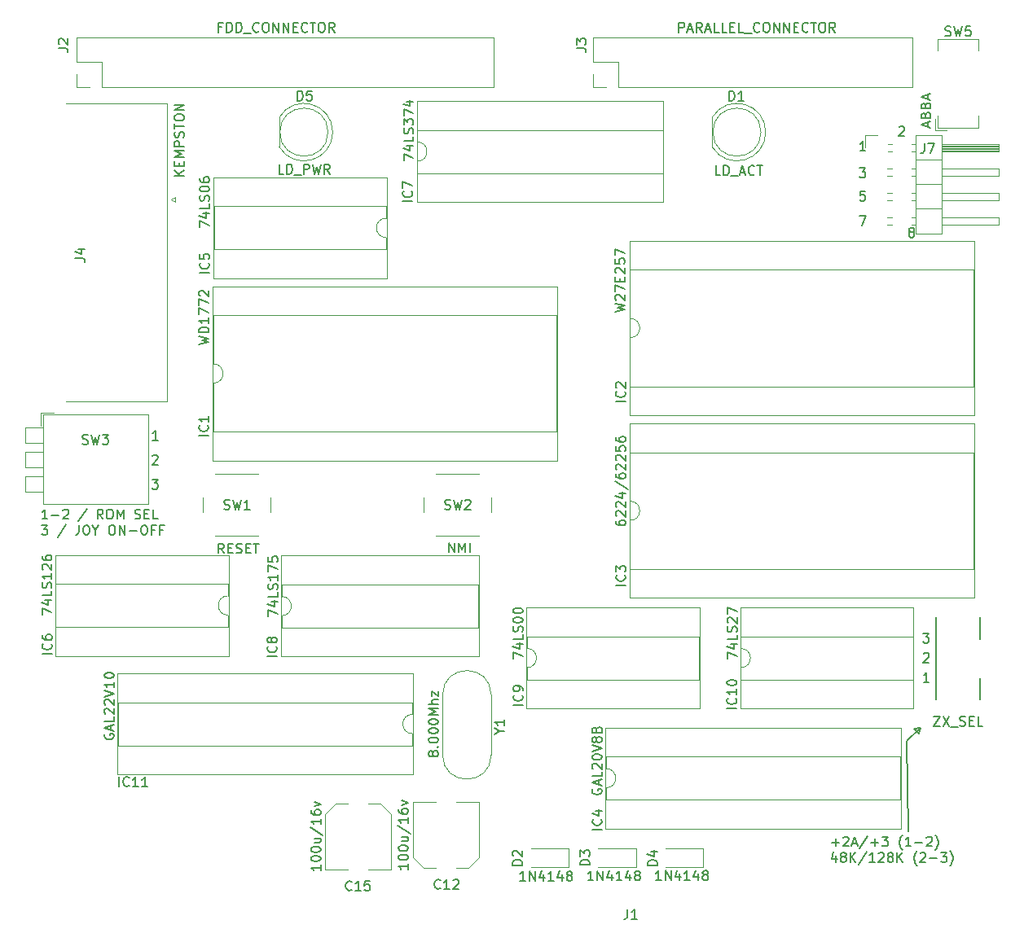
<source format=gto>
G04 #@! TF.GenerationSoftware,KiCad,Pcbnew,(5.1.6)-1*
G04 #@! TF.CreationDate,2020-11-25T06:28:35+02:00*
G04 #@! TF.ProjectId,PlusD_Clone_1_5,506c7573-445f-4436-9c6f-6e655f315f35,rev?*
G04 #@! TF.SameCoordinates,Original*
G04 #@! TF.FileFunction,Legend,Top*
G04 #@! TF.FilePolarity,Positive*
%FSLAX46Y46*%
G04 Gerber Fmt 4.6, Leading zero omitted, Abs format (unit mm)*
G04 Created by KiCad (PCBNEW (5.1.6)-1) date 2020-11-25 06:28:35*
%MOMM*%
%LPD*%
G01*
G04 APERTURE LIST*
%ADD10C,0.150000*%
%ADD11C,0.200000*%
%ADD12C,0.120000*%
G04 APERTURE END LIST*
D10*
X154336761Y-47378952D02*
X154241523Y-47331333D01*
X154193904Y-47283714D01*
X154146285Y-47188476D01*
X154146285Y-47140857D01*
X154193904Y-47045619D01*
X154241523Y-46998000D01*
X154336761Y-46950380D01*
X154527238Y-46950380D01*
X154622476Y-46998000D01*
X154670095Y-47045619D01*
X154717714Y-47140857D01*
X154717714Y-47188476D01*
X154670095Y-47283714D01*
X154622476Y-47331333D01*
X154527238Y-47378952D01*
X154336761Y-47378952D01*
X154241523Y-47426571D01*
X154193904Y-47474190D01*
X154146285Y-47569428D01*
X154146285Y-47759904D01*
X154193904Y-47855142D01*
X154241523Y-47902761D01*
X154336761Y-47950380D01*
X154527238Y-47950380D01*
X154622476Y-47902761D01*
X154670095Y-47855142D01*
X154717714Y-47759904D01*
X154717714Y-47569428D01*
X154670095Y-47474190D01*
X154622476Y-47426571D01*
X154527238Y-47378952D01*
X153130285Y-36504619D02*
X153177904Y-36457000D01*
X153273142Y-36409380D01*
X153511238Y-36409380D01*
X153606476Y-36457000D01*
X153654095Y-36504619D01*
X153701714Y-36599857D01*
X153701714Y-36695095D01*
X153654095Y-36837952D01*
X153082666Y-37409380D01*
X153701714Y-37409380D01*
X149018666Y-45680380D02*
X149685333Y-45680380D01*
X149256761Y-46680380D01*
X149590095Y-43140380D02*
X149113904Y-43140380D01*
X149066285Y-43616571D01*
X149113904Y-43568952D01*
X149209142Y-43521333D01*
X149447238Y-43521333D01*
X149542476Y-43568952D01*
X149590095Y-43616571D01*
X149637714Y-43711809D01*
X149637714Y-43949904D01*
X149590095Y-44045142D01*
X149542476Y-44092761D01*
X149447238Y-44140380D01*
X149209142Y-44140380D01*
X149113904Y-44092761D01*
X149066285Y-44045142D01*
X149018666Y-40727380D02*
X149637714Y-40727380D01*
X149304380Y-41108333D01*
X149447238Y-41108333D01*
X149542476Y-41155952D01*
X149590095Y-41203571D01*
X149637714Y-41298809D01*
X149637714Y-41536904D01*
X149590095Y-41632142D01*
X149542476Y-41679761D01*
X149447238Y-41727380D01*
X149161523Y-41727380D01*
X149066285Y-41679761D01*
X149018666Y-41632142D01*
X149637714Y-38933380D02*
X149066285Y-38933380D01*
X149352000Y-38933380D02*
X149352000Y-37933380D01*
X149256761Y-38076238D01*
X149161523Y-38171476D01*
X149066285Y-38219095D01*
X154686000Y-99060000D02*
X155321000Y-98933000D01*
X155194000Y-99568000D02*
X154686000Y-99060000D01*
X155321000Y-98933000D02*
X155194000Y-99568000D01*
X153924000Y-100330000D02*
X155321000Y-98933000D01*
X154051000Y-109728000D02*
X153924000Y-100330000D01*
X64613404Y-77224380D02*
X64041976Y-77224380D01*
X64327690Y-77224380D02*
X64327690Y-76224380D01*
X64232452Y-76367238D01*
X64137214Y-76462476D01*
X64041976Y-76510095D01*
X65041976Y-76843428D02*
X65803880Y-76843428D01*
X66232452Y-76319619D02*
X66280071Y-76272000D01*
X66375309Y-76224380D01*
X66613404Y-76224380D01*
X66708642Y-76272000D01*
X66756261Y-76319619D01*
X66803880Y-76414857D01*
X66803880Y-76510095D01*
X66756261Y-76652952D01*
X66184833Y-77224380D01*
X66803880Y-77224380D01*
X68708642Y-76176761D02*
X67851500Y-77462476D01*
X70375309Y-77224380D02*
X70041976Y-76748190D01*
X69803880Y-77224380D02*
X69803880Y-76224380D01*
X70184833Y-76224380D01*
X70280071Y-76272000D01*
X70327690Y-76319619D01*
X70375309Y-76414857D01*
X70375309Y-76557714D01*
X70327690Y-76652952D01*
X70280071Y-76700571D01*
X70184833Y-76748190D01*
X69803880Y-76748190D01*
X70994357Y-76224380D02*
X71184833Y-76224380D01*
X71280071Y-76272000D01*
X71375309Y-76367238D01*
X71422928Y-76557714D01*
X71422928Y-76891047D01*
X71375309Y-77081523D01*
X71280071Y-77176761D01*
X71184833Y-77224380D01*
X70994357Y-77224380D01*
X70899119Y-77176761D01*
X70803880Y-77081523D01*
X70756261Y-76891047D01*
X70756261Y-76557714D01*
X70803880Y-76367238D01*
X70899119Y-76272000D01*
X70994357Y-76224380D01*
X71851500Y-77224380D02*
X71851500Y-76224380D01*
X72184833Y-76938666D01*
X72518166Y-76224380D01*
X72518166Y-77224380D01*
X73708642Y-77176761D02*
X73851500Y-77224380D01*
X74089595Y-77224380D01*
X74184833Y-77176761D01*
X74232452Y-77129142D01*
X74280071Y-77033904D01*
X74280071Y-76938666D01*
X74232452Y-76843428D01*
X74184833Y-76795809D01*
X74089595Y-76748190D01*
X73899119Y-76700571D01*
X73803880Y-76652952D01*
X73756261Y-76605333D01*
X73708642Y-76510095D01*
X73708642Y-76414857D01*
X73756261Y-76319619D01*
X73803880Y-76272000D01*
X73899119Y-76224380D01*
X74137214Y-76224380D01*
X74280071Y-76272000D01*
X74708642Y-76700571D02*
X75041976Y-76700571D01*
X75184833Y-77224380D02*
X74708642Y-77224380D01*
X74708642Y-76224380D01*
X75184833Y-76224380D01*
X76089595Y-77224380D02*
X75613404Y-77224380D01*
X75613404Y-76224380D01*
X63994357Y-77874380D02*
X64613404Y-77874380D01*
X64280071Y-78255333D01*
X64422928Y-78255333D01*
X64518166Y-78302952D01*
X64565785Y-78350571D01*
X64613404Y-78445809D01*
X64613404Y-78683904D01*
X64565785Y-78779142D01*
X64518166Y-78826761D01*
X64422928Y-78874380D01*
X64137214Y-78874380D01*
X64041976Y-78826761D01*
X63994357Y-78779142D01*
X66518166Y-77826761D02*
X65661023Y-79112476D01*
X67899119Y-77874380D02*
X67899119Y-78588666D01*
X67851500Y-78731523D01*
X67756261Y-78826761D01*
X67613404Y-78874380D01*
X67518166Y-78874380D01*
X68565785Y-77874380D02*
X68756261Y-77874380D01*
X68851500Y-77922000D01*
X68946738Y-78017238D01*
X68994357Y-78207714D01*
X68994357Y-78541047D01*
X68946738Y-78731523D01*
X68851500Y-78826761D01*
X68756261Y-78874380D01*
X68565785Y-78874380D01*
X68470547Y-78826761D01*
X68375309Y-78731523D01*
X68327690Y-78541047D01*
X68327690Y-78207714D01*
X68375309Y-78017238D01*
X68470547Y-77922000D01*
X68565785Y-77874380D01*
X69613404Y-78398190D02*
X69613404Y-78874380D01*
X69280071Y-77874380D02*
X69613404Y-78398190D01*
X69946738Y-77874380D01*
X71232452Y-77874380D02*
X71422928Y-77874380D01*
X71518166Y-77922000D01*
X71613404Y-78017238D01*
X71661023Y-78207714D01*
X71661023Y-78541047D01*
X71613404Y-78731523D01*
X71518166Y-78826761D01*
X71422928Y-78874380D01*
X71232452Y-78874380D01*
X71137214Y-78826761D01*
X71041976Y-78731523D01*
X70994357Y-78541047D01*
X70994357Y-78207714D01*
X71041976Y-78017238D01*
X71137214Y-77922000D01*
X71232452Y-77874380D01*
X72089595Y-78874380D02*
X72089595Y-77874380D01*
X72661023Y-78874380D01*
X72661023Y-77874380D01*
X73137214Y-78493428D02*
X73899119Y-78493428D01*
X74565785Y-77874380D02*
X74756261Y-77874380D01*
X74851500Y-77922000D01*
X74946738Y-78017238D01*
X74994357Y-78207714D01*
X74994357Y-78541047D01*
X74946738Y-78731523D01*
X74851500Y-78826761D01*
X74756261Y-78874380D01*
X74565785Y-78874380D01*
X74470547Y-78826761D01*
X74375309Y-78731523D01*
X74327690Y-78541047D01*
X74327690Y-78207714D01*
X74375309Y-78017238D01*
X74470547Y-77922000D01*
X74565785Y-77874380D01*
X75756261Y-78350571D02*
X75422928Y-78350571D01*
X75422928Y-78874380D02*
X75422928Y-77874380D01*
X75899119Y-77874380D01*
X76613404Y-78350571D02*
X76280071Y-78350571D01*
X76280071Y-78874380D02*
X76280071Y-77874380D01*
X76756261Y-77874380D01*
X75485666Y-73112380D02*
X76104714Y-73112380D01*
X75771380Y-73493333D01*
X75914238Y-73493333D01*
X76009476Y-73540952D01*
X76057095Y-73588571D01*
X76104714Y-73683809D01*
X76104714Y-73921904D01*
X76057095Y-74017142D01*
X76009476Y-74064761D01*
X75914238Y-74112380D01*
X75628523Y-74112380D01*
X75533285Y-74064761D01*
X75485666Y-74017142D01*
X75533285Y-70667619D02*
X75580904Y-70620000D01*
X75676142Y-70572380D01*
X75914238Y-70572380D01*
X76009476Y-70620000D01*
X76057095Y-70667619D01*
X76104714Y-70762857D01*
X76104714Y-70858095D01*
X76057095Y-71000952D01*
X75485666Y-71572380D01*
X76104714Y-71572380D01*
X76104714Y-69032380D02*
X75533285Y-69032380D01*
X75819000Y-69032380D02*
X75819000Y-68032380D01*
X75723761Y-68175238D01*
X75628523Y-68270476D01*
X75533285Y-68318095D01*
X146131595Y-110879428D02*
X146893500Y-110879428D01*
X146512547Y-111260380D02*
X146512547Y-110498476D01*
X147322071Y-110355619D02*
X147369690Y-110308000D01*
X147464928Y-110260380D01*
X147703023Y-110260380D01*
X147798261Y-110308000D01*
X147845880Y-110355619D01*
X147893500Y-110450857D01*
X147893500Y-110546095D01*
X147845880Y-110688952D01*
X147274452Y-111260380D01*
X147893500Y-111260380D01*
X148274452Y-110974666D02*
X148750642Y-110974666D01*
X148179214Y-111260380D02*
X148512547Y-110260380D01*
X148845880Y-111260380D01*
X149893500Y-110212761D02*
X149036357Y-111498476D01*
X150226833Y-110879428D02*
X150988738Y-110879428D01*
X150607785Y-111260380D02*
X150607785Y-110498476D01*
X151369690Y-110260380D02*
X151988738Y-110260380D01*
X151655404Y-110641333D01*
X151798261Y-110641333D01*
X151893500Y-110688952D01*
X151941119Y-110736571D01*
X151988738Y-110831809D01*
X151988738Y-111069904D01*
X151941119Y-111165142D01*
X151893500Y-111212761D01*
X151798261Y-111260380D01*
X151512547Y-111260380D01*
X151417309Y-111212761D01*
X151369690Y-111165142D01*
X153464928Y-111641333D02*
X153417309Y-111593714D01*
X153322071Y-111450857D01*
X153274452Y-111355619D01*
X153226833Y-111212761D01*
X153179214Y-110974666D01*
X153179214Y-110784190D01*
X153226833Y-110546095D01*
X153274452Y-110403238D01*
X153322071Y-110308000D01*
X153417309Y-110165142D01*
X153464928Y-110117523D01*
X154369690Y-111260380D02*
X153798261Y-111260380D01*
X154083976Y-111260380D02*
X154083976Y-110260380D01*
X153988738Y-110403238D01*
X153893500Y-110498476D01*
X153798261Y-110546095D01*
X154798261Y-110879428D02*
X155560166Y-110879428D01*
X155988738Y-110355619D02*
X156036357Y-110308000D01*
X156131595Y-110260380D01*
X156369690Y-110260380D01*
X156464928Y-110308000D01*
X156512547Y-110355619D01*
X156560166Y-110450857D01*
X156560166Y-110546095D01*
X156512547Y-110688952D01*
X155941119Y-111260380D01*
X156560166Y-111260380D01*
X156893500Y-111641333D02*
X156941119Y-111593714D01*
X157036357Y-111450857D01*
X157083976Y-111355619D01*
X157131595Y-111212761D01*
X157179214Y-110974666D01*
X157179214Y-110784190D01*
X157131595Y-110546095D01*
X157083976Y-110403238D01*
X157036357Y-110308000D01*
X156941119Y-110165142D01*
X156893500Y-110117523D01*
X146560166Y-112243714D02*
X146560166Y-112910380D01*
X146322071Y-111862761D02*
X146083976Y-112577047D01*
X146703023Y-112577047D01*
X147226833Y-112338952D02*
X147131595Y-112291333D01*
X147083976Y-112243714D01*
X147036357Y-112148476D01*
X147036357Y-112100857D01*
X147083976Y-112005619D01*
X147131595Y-111958000D01*
X147226833Y-111910380D01*
X147417309Y-111910380D01*
X147512547Y-111958000D01*
X147560166Y-112005619D01*
X147607785Y-112100857D01*
X147607785Y-112148476D01*
X147560166Y-112243714D01*
X147512547Y-112291333D01*
X147417309Y-112338952D01*
X147226833Y-112338952D01*
X147131595Y-112386571D01*
X147083976Y-112434190D01*
X147036357Y-112529428D01*
X147036357Y-112719904D01*
X147083976Y-112815142D01*
X147131595Y-112862761D01*
X147226833Y-112910380D01*
X147417309Y-112910380D01*
X147512547Y-112862761D01*
X147560166Y-112815142D01*
X147607785Y-112719904D01*
X147607785Y-112529428D01*
X147560166Y-112434190D01*
X147512547Y-112386571D01*
X147417309Y-112338952D01*
X148036357Y-112910380D02*
X148036357Y-111910380D01*
X148607785Y-112910380D02*
X148179214Y-112338952D01*
X148607785Y-111910380D02*
X148036357Y-112481809D01*
X149750642Y-111862761D02*
X148893500Y-113148476D01*
X150607785Y-112910380D02*
X150036357Y-112910380D01*
X150322071Y-112910380D02*
X150322071Y-111910380D01*
X150226833Y-112053238D01*
X150131595Y-112148476D01*
X150036357Y-112196095D01*
X150988738Y-112005619D02*
X151036357Y-111958000D01*
X151131595Y-111910380D01*
X151369690Y-111910380D01*
X151464928Y-111958000D01*
X151512547Y-112005619D01*
X151560166Y-112100857D01*
X151560166Y-112196095D01*
X151512547Y-112338952D01*
X150941119Y-112910380D01*
X151560166Y-112910380D01*
X152131595Y-112338952D02*
X152036357Y-112291333D01*
X151988738Y-112243714D01*
X151941119Y-112148476D01*
X151941119Y-112100857D01*
X151988738Y-112005619D01*
X152036357Y-111958000D01*
X152131595Y-111910380D01*
X152322071Y-111910380D01*
X152417309Y-111958000D01*
X152464928Y-112005619D01*
X152512547Y-112100857D01*
X152512547Y-112148476D01*
X152464928Y-112243714D01*
X152417309Y-112291333D01*
X152322071Y-112338952D01*
X152131595Y-112338952D01*
X152036357Y-112386571D01*
X151988738Y-112434190D01*
X151941119Y-112529428D01*
X151941119Y-112719904D01*
X151988738Y-112815142D01*
X152036357Y-112862761D01*
X152131595Y-112910380D01*
X152322071Y-112910380D01*
X152417309Y-112862761D01*
X152464928Y-112815142D01*
X152512547Y-112719904D01*
X152512547Y-112529428D01*
X152464928Y-112434190D01*
X152417309Y-112386571D01*
X152322071Y-112338952D01*
X152941119Y-112910380D02*
X152941119Y-111910380D01*
X153512547Y-112910380D02*
X153083976Y-112338952D01*
X153512547Y-111910380D02*
X152941119Y-112481809D01*
X154988738Y-113291333D02*
X154941119Y-113243714D01*
X154845880Y-113100857D01*
X154798261Y-113005619D01*
X154750642Y-112862761D01*
X154703023Y-112624666D01*
X154703023Y-112434190D01*
X154750642Y-112196095D01*
X154798261Y-112053238D01*
X154845880Y-111958000D01*
X154941119Y-111815142D01*
X154988738Y-111767523D01*
X155322071Y-112005619D02*
X155369690Y-111958000D01*
X155464928Y-111910380D01*
X155703023Y-111910380D01*
X155798261Y-111958000D01*
X155845880Y-112005619D01*
X155893500Y-112100857D01*
X155893500Y-112196095D01*
X155845880Y-112338952D01*
X155274452Y-112910380D01*
X155893500Y-112910380D01*
X156322071Y-112529428D02*
X157083976Y-112529428D01*
X157464928Y-111910380D02*
X158083976Y-111910380D01*
X157750642Y-112291333D01*
X157893500Y-112291333D01*
X157988738Y-112338952D01*
X158036357Y-112386571D01*
X158083976Y-112481809D01*
X158083976Y-112719904D01*
X158036357Y-112815142D01*
X157988738Y-112862761D01*
X157893500Y-112910380D01*
X157607785Y-112910380D01*
X157512547Y-112862761D01*
X157464928Y-112815142D01*
X158417309Y-113291333D02*
X158464928Y-113243714D01*
X158560166Y-113100857D01*
X158607785Y-113005619D01*
X158655404Y-112862761D01*
X158703023Y-112624666D01*
X158703023Y-112434190D01*
X158655404Y-112196095D01*
X158607785Y-112053238D01*
X158560166Y-111958000D01*
X158464928Y-111815142D01*
X158417309Y-111767523D01*
D11*
X155622666Y-89114380D02*
X156241714Y-89114380D01*
X155908380Y-89495333D01*
X156051238Y-89495333D01*
X156146476Y-89542952D01*
X156194095Y-89590571D01*
X156241714Y-89685809D01*
X156241714Y-89923904D01*
X156194095Y-90019142D01*
X156146476Y-90066761D01*
X156051238Y-90114380D01*
X155765523Y-90114380D01*
X155670285Y-90066761D01*
X155622666Y-90019142D01*
X155670285Y-91241619D02*
X155717904Y-91194000D01*
X155813142Y-91146380D01*
X156051238Y-91146380D01*
X156146476Y-91194000D01*
X156194095Y-91241619D01*
X156241714Y-91336857D01*
X156241714Y-91432095D01*
X156194095Y-91574952D01*
X155622666Y-92146380D01*
X156241714Y-92146380D01*
X156241714Y-94178380D02*
X155670285Y-94178380D01*
X155956000Y-94178380D02*
X155956000Y-93178380D01*
X155860761Y-93321238D01*
X155765523Y-93416476D01*
X155670285Y-93464095D01*
D12*
X132764000Y-113459000D02*
X128864000Y-113459000D01*
X132764000Y-111459000D02*
X128864000Y-111459000D01*
X132764000Y-113459000D02*
X132764000Y-111459000D01*
X125764000Y-113459000D02*
X121864000Y-113459000D01*
X125764000Y-111459000D02*
X121864000Y-111459000D01*
X125764000Y-113459000D02*
X125764000Y-111459000D01*
X118764000Y-113459000D02*
X114864000Y-113459000D01*
X118764000Y-111459000D02*
X114864000Y-111459000D01*
X118764000Y-113459000D02*
X118764000Y-111459000D01*
X154856000Y-37278000D02*
X154856000Y-47558000D01*
X154856000Y-47558000D02*
X157516000Y-47558000D01*
X157516000Y-47558000D02*
X157516000Y-37278000D01*
X157516000Y-37278000D02*
X154856000Y-37278000D01*
X157516000Y-38228000D02*
X163516000Y-38228000D01*
X163516000Y-38228000D02*
X163516000Y-38988000D01*
X163516000Y-38988000D02*
X157516000Y-38988000D01*
X157516000Y-38288000D02*
X163516000Y-38288000D01*
X157516000Y-38408000D02*
X163516000Y-38408000D01*
X157516000Y-38528000D02*
X163516000Y-38528000D01*
X157516000Y-38648000D02*
X163516000Y-38648000D01*
X157516000Y-38768000D02*
X163516000Y-38768000D01*
X157516000Y-38888000D02*
X163516000Y-38888000D01*
X154458929Y-38228000D02*
X154856000Y-38228000D01*
X154458929Y-38988000D02*
X154856000Y-38988000D01*
X151986000Y-38228000D02*
X152373071Y-38228000D01*
X151986000Y-38988000D02*
X152373071Y-38988000D01*
X154856000Y-39878000D02*
X157516000Y-39878000D01*
X157516000Y-40768000D02*
X163516000Y-40768000D01*
X163516000Y-40768000D02*
X163516000Y-41528000D01*
X163516000Y-41528000D02*
X157516000Y-41528000D01*
X154458929Y-40768000D02*
X154856000Y-40768000D01*
X154458929Y-41528000D02*
X154856000Y-41528000D01*
X151918929Y-40768000D02*
X152373071Y-40768000D01*
X151918929Y-41528000D02*
X152373071Y-41528000D01*
X154856000Y-42418000D02*
X157516000Y-42418000D01*
X157516000Y-43308000D02*
X163516000Y-43308000D01*
X163516000Y-43308000D02*
X163516000Y-44068000D01*
X163516000Y-44068000D02*
X157516000Y-44068000D01*
X154458929Y-43308000D02*
X154856000Y-43308000D01*
X154458929Y-44068000D02*
X154856000Y-44068000D01*
X151918929Y-43308000D02*
X152373071Y-43308000D01*
X151918929Y-44068000D02*
X152373071Y-44068000D01*
X154856000Y-44958000D02*
X157516000Y-44958000D01*
X157516000Y-45848000D02*
X163516000Y-45848000D01*
X163516000Y-45848000D02*
X163516000Y-46608000D01*
X163516000Y-46608000D02*
X157516000Y-46608000D01*
X154458929Y-45848000D02*
X154856000Y-45848000D01*
X154458929Y-46608000D02*
X154856000Y-46608000D01*
X151918929Y-45848000D02*
X152373071Y-45848000D01*
X151918929Y-46608000D02*
X152373071Y-46608000D01*
X149606000Y-38608000D02*
X149606000Y-37338000D01*
X149606000Y-37338000D02*
X150876000Y-37338000D01*
X108390563Y-113519000D02*
X109455000Y-112454563D01*
X103699437Y-113519000D02*
X102635000Y-112454563D01*
X103699437Y-113519000D02*
X104985000Y-113519000D01*
X108390563Y-113519000D02*
X107105000Y-113519000D01*
X109455000Y-112454563D02*
X109455000Y-106699000D01*
X102635000Y-112454563D02*
X102635000Y-106699000D01*
X102635000Y-106699000D02*
X104985000Y-106699000D01*
X109455000Y-106699000D02*
X107105000Y-106699000D01*
X94555437Y-106826000D02*
X93491000Y-107890437D01*
X99246563Y-106826000D02*
X100311000Y-107890437D01*
X99246563Y-106826000D02*
X97961000Y-106826000D01*
X94555437Y-106826000D02*
X95841000Y-106826000D01*
X93491000Y-107890437D02*
X93491000Y-113646000D01*
X100311000Y-107890437D02*
X100311000Y-113646000D01*
X100311000Y-113646000D02*
X97961000Y-113646000D01*
X93491000Y-113646000D02*
X95841000Y-113646000D01*
X156857000Y-36817000D02*
X158057000Y-36817000D01*
X156857000Y-35617000D02*
X156857000Y-36817000D01*
X161357000Y-27317000D02*
X161357000Y-28517000D01*
X157157000Y-27317000D02*
X161357000Y-27317000D01*
X157157000Y-28517000D02*
X157157000Y-27317000D01*
X161357000Y-36517000D02*
X161357000Y-35317000D01*
X157157000Y-36517000D02*
X161357000Y-36517000D01*
X157157000Y-35317000D02*
X157157000Y-36517000D01*
X125170000Y-58380000D02*
X125170000Y-63440000D01*
X125170000Y-63440000D02*
X160850000Y-63440000D01*
X160850000Y-63440000D02*
X160850000Y-51320000D01*
X160850000Y-51320000D02*
X125170000Y-51320000D01*
X125170000Y-51320000D02*
X125170000Y-56380000D01*
X125110000Y-66440000D02*
X160910000Y-66440000D01*
X160910000Y-66440000D02*
X160910000Y-48320000D01*
X160910000Y-48320000D02*
X125110000Y-48320000D01*
X125110000Y-48320000D02*
X125110000Y-66440000D01*
X125170000Y-56380000D02*
G75*
G02*
X125170000Y-58380000I0J-1000000D01*
G01*
D10*
X161558000Y-89726000D02*
X161558000Y-87426000D01*
X161558000Y-96026000D02*
X161558000Y-93826000D01*
X156958000Y-96026000D02*
X156958000Y-87426000D01*
D12*
X66530000Y-34055000D02*
X77010000Y-34055000D01*
X77010000Y-34055000D02*
X77010000Y-65025000D01*
X77010000Y-65025000D02*
X66530000Y-65025000D01*
X77904338Y-43750000D02*
X77904338Y-44250000D01*
X77904338Y-44250000D02*
X77471325Y-44000000D01*
X77471325Y-44000000D02*
X77904338Y-43750000D01*
X64136000Y-66390000D02*
X75056000Y-66390000D01*
X64136000Y-75690000D02*
X75056000Y-75690000D01*
X64136000Y-66390000D02*
X64136000Y-75690000D01*
X75056000Y-66390000D02*
X75056000Y-75690000D01*
X63896000Y-66150000D02*
X65279000Y-66150000D01*
X63896000Y-66150000D02*
X63896000Y-67533000D01*
X62276000Y-67690000D02*
X64136000Y-67690000D01*
X62276000Y-69310000D02*
X64136000Y-69310000D01*
X62276000Y-67690000D02*
X62276000Y-69310000D01*
X64136000Y-67690000D02*
X64136000Y-69310000D01*
X62276000Y-70230000D02*
X64136000Y-70230000D01*
X62276000Y-71850000D02*
X64136000Y-71850000D01*
X62276000Y-70230000D02*
X62276000Y-71850000D01*
X64136000Y-70230000D02*
X64136000Y-71850000D01*
X62276000Y-72770000D02*
X64136000Y-72770000D01*
X62276000Y-74390000D02*
X64136000Y-74390000D01*
X62276000Y-72770000D02*
X62276000Y-74390000D01*
X64136000Y-72770000D02*
X64136000Y-74390000D01*
X114432000Y-92690000D02*
X114432000Y-93940000D01*
X114432000Y-93940000D02*
X132332000Y-93940000D01*
X132332000Y-93940000D02*
X132332000Y-89440000D01*
X132332000Y-89440000D02*
X114432000Y-89440000D01*
X114432000Y-89440000D02*
X114432000Y-90690000D01*
X114372000Y-96940000D02*
X132392000Y-96940000D01*
X132392000Y-96940000D02*
X132392000Y-86440000D01*
X132392000Y-86440000D02*
X114372000Y-86440000D01*
X114372000Y-86440000D02*
X114372000Y-96940000D01*
X114432000Y-90690000D02*
G75*
G02*
X114432000Y-92690000I0J-1000000D01*
G01*
X102549000Y-97552000D02*
X102549000Y-96302000D01*
X102549000Y-96302000D02*
X71949000Y-96302000D01*
X71949000Y-96302000D02*
X71949000Y-100802000D01*
X71949000Y-100802000D02*
X102549000Y-100802000D01*
X102549000Y-100802000D02*
X102549000Y-99552000D01*
X102609000Y-93302000D02*
X71889000Y-93302000D01*
X71889000Y-93302000D02*
X71889000Y-103802000D01*
X71889000Y-103802000D02*
X102609000Y-103802000D01*
X102609000Y-103802000D02*
X102609000Y-93302000D01*
X102549000Y-99552000D02*
G75*
G02*
X102549000Y-97552000I0J1000000D01*
G01*
X99807000Y-45962000D02*
X99807000Y-44712000D01*
X99807000Y-44712000D02*
X81907000Y-44712000D01*
X81907000Y-44712000D02*
X81907000Y-49212000D01*
X81907000Y-49212000D02*
X99807000Y-49212000D01*
X99807000Y-49212000D02*
X99807000Y-47962000D01*
X99867000Y-41712000D02*
X81847000Y-41712000D01*
X81847000Y-41712000D02*
X81847000Y-52212000D01*
X81847000Y-52212000D02*
X99867000Y-52212000D01*
X99867000Y-52212000D02*
X99867000Y-41712000D01*
X99807000Y-47962000D02*
G75*
G02*
X99807000Y-45962000I0J1000000D01*
G01*
X83372000Y-85233000D02*
X83372000Y-83983000D01*
X83372000Y-83983000D02*
X65472000Y-83983000D01*
X65472000Y-83983000D02*
X65472000Y-88483000D01*
X65472000Y-88483000D02*
X83372000Y-88483000D01*
X83372000Y-88483000D02*
X83372000Y-87233000D01*
X83432000Y-80983000D02*
X65412000Y-80983000D01*
X65412000Y-80983000D02*
X65412000Y-91483000D01*
X65412000Y-91483000D02*
X83432000Y-91483000D01*
X83432000Y-91483000D02*
X83432000Y-80983000D01*
X83372000Y-87233000D02*
G75*
G02*
X83372000Y-85233000I0J1000000D01*
G01*
X136670000Y-92690000D02*
X136670000Y-93940000D01*
X136670000Y-93940000D02*
X154570000Y-93940000D01*
X154570000Y-93940000D02*
X154570000Y-89440000D01*
X154570000Y-89440000D02*
X136670000Y-89440000D01*
X136670000Y-89440000D02*
X136670000Y-90690000D01*
X136610000Y-96940000D02*
X154630000Y-96940000D01*
X154630000Y-96940000D02*
X154630000Y-86440000D01*
X154630000Y-86440000D02*
X136610000Y-86440000D01*
X136610000Y-86440000D02*
X136610000Y-96940000D01*
X136670000Y-90690000D02*
G75*
G02*
X136670000Y-92690000I0J-1000000D01*
G01*
X105000000Y-79000000D02*
X109500000Y-79000000D01*
X103750000Y-75000000D02*
X103750000Y-76500000D01*
X109500000Y-72500000D02*
X105000000Y-72500000D01*
X110750000Y-76500000D02*
X110750000Y-75000000D01*
X82000000Y-79000000D02*
X86500000Y-79000000D01*
X80750000Y-75000000D02*
X80750000Y-76500000D01*
X86500000Y-72500000D02*
X82000000Y-72500000D01*
X87750000Y-76500000D02*
X87750000Y-75000000D01*
X103050000Y-40023000D02*
X103050000Y-41273000D01*
X103050000Y-41273000D02*
X128570000Y-41273000D01*
X128570000Y-41273000D02*
X128570000Y-36773000D01*
X128570000Y-36773000D02*
X103050000Y-36773000D01*
X103050000Y-36773000D02*
X103050000Y-38023000D01*
X102990000Y-44273000D02*
X128630000Y-44273000D01*
X128630000Y-44273000D02*
X128630000Y-33773000D01*
X128630000Y-33773000D02*
X102990000Y-33773000D01*
X102990000Y-33773000D02*
X102990000Y-44273000D01*
X103050000Y-38023000D02*
G75*
G02*
X103050000Y-40023000I0J-1000000D01*
G01*
X88954000Y-87286000D02*
X88954000Y-88536000D01*
X88954000Y-88536000D02*
X109394000Y-88536000D01*
X109394000Y-88536000D02*
X109394000Y-84036000D01*
X109394000Y-84036000D02*
X88954000Y-84036000D01*
X88954000Y-84036000D02*
X88954000Y-85286000D01*
X88894000Y-91536000D02*
X109454000Y-91536000D01*
X109454000Y-91536000D02*
X109454000Y-81036000D01*
X109454000Y-81036000D02*
X88894000Y-81036000D01*
X88894000Y-81036000D02*
X88894000Y-91536000D01*
X88954000Y-85286000D02*
G75*
G02*
X88954000Y-87286000I0J-1000000D01*
G01*
X122670000Y-105190000D02*
X122670000Y-106440000D01*
X122670000Y-106440000D02*
X153270000Y-106440000D01*
X153270000Y-106440000D02*
X153270000Y-101940000D01*
X153270000Y-101940000D02*
X122670000Y-101940000D01*
X122670000Y-101940000D02*
X122670000Y-103190000D01*
X122610000Y-109440000D02*
X153330000Y-109440000D01*
X153330000Y-109440000D02*
X153330000Y-98940000D01*
X153330000Y-98940000D02*
X122610000Y-98940000D01*
X122610000Y-98940000D02*
X122610000Y-109440000D01*
X122670000Y-103190000D02*
G75*
G02*
X122670000Y-105190000I0J-1000000D01*
G01*
X125170000Y-77380000D02*
X125170000Y-82440000D01*
X125170000Y-82440000D02*
X160850000Y-82440000D01*
X160850000Y-82440000D02*
X160850000Y-70320000D01*
X160850000Y-70320000D02*
X125170000Y-70320000D01*
X125170000Y-70320000D02*
X125170000Y-75380000D01*
X125110000Y-85440000D02*
X160910000Y-85440000D01*
X160910000Y-85440000D02*
X160910000Y-67320000D01*
X160910000Y-67320000D02*
X125110000Y-67320000D01*
X125110000Y-67320000D02*
X125110000Y-85440000D01*
X125170000Y-75380000D02*
G75*
G02*
X125170000Y-77380000I0J-1000000D01*
G01*
X81855000Y-63103000D02*
X81855000Y-68163000D01*
X81855000Y-68163000D02*
X117535000Y-68163000D01*
X117535000Y-68163000D02*
X117535000Y-56043000D01*
X117535000Y-56043000D02*
X81855000Y-56043000D01*
X81855000Y-56043000D02*
X81855000Y-61103000D01*
X81795000Y-71163000D02*
X117595000Y-71163000D01*
X117595000Y-71163000D02*
X117595000Y-53043000D01*
X117595000Y-53043000D02*
X81795000Y-53043000D01*
X81795000Y-53043000D02*
X81795000Y-71163000D01*
X81855000Y-61103000D02*
G75*
G02*
X81855000Y-63103000I0J-1000000D01*
G01*
X154492000Y-32330000D02*
X154492000Y-27130000D01*
X123952000Y-32330000D02*
X154492000Y-32330000D01*
X121352000Y-27130000D02*
X154492000Y-27130000D01*
X123952000Y-32330000D02*
X123952000Y-29730000D01*
X123952000Y-29730000D02*
X121352000Y-29730000D01*
X121352000Y-29730000D02*
X121352000Y-27130000D01*
X122682000Y-32330000D02*
X121352000Y-32330000D01*
X121352000Y-32330000D02*
X121352000Y-31000000D01*
X67670000Y-32330000D02*
X67670000Y-31000000D01*
X69000000Y-32330000D02*
X67670000Y-32330000D01*
X67670000Y-29730000D02*
X67670000Y-27130000D01*
X70270000Y-29730000D02*
X67670000Y-29730000D01*
X70270000Y-32330000D02*
X70270000Y-29730000D01*
X67670000Y-27130000D02*
X110970000Y-27130000D01*
X70270000Y-32330000D02*
X110970000Y-32330000D01*
X110970000Y-32330000D02*
X110970000Y-27130000D01*
X138770000Y-37000000D02*
G75*
G03*
X138770000Y-37000000I-2500000J0D01*
G01*
X133710000Y-35455000D02*
X133710000Y-38545000D01*
X139260000Y-36999538D02*
G75*
G02*
X133710000Y-38544830I-2990000J-462D01*
G01*
X139260000Y-37000462D02*
G75*
G03*
X133710000Y-35455170I-2990000J462D01*
G01*
X93770000Y-37000000D02*
G75*
G03*
X93770000Y-37000000I-2500000J0D01*
G01*
X88710000Y-35455000D02*
X88710000Y-38545000D01*
X94260000Y-36999538D02*
G75*
G02*
X88710000Y-38544830I-2990000J-462D01*
G01*
X94260000Y-37000462D02*
G75*
G03*
X88710000Y-35455170I-2990000J462D01*
G01*
X110729000Y-101767000D02*
X110729000Y-95517000D01*
X105679000Y-101767000D02*
X105679000Y-95517000D01*
X110729000Y-101767000D02*
G75*
G02*
X105679000Y-101767000I-2525000J0D01*
G01*
X110729000Y-95517000D02*
G75*
G03*
X105679000Y-95517000I-2525000J0D01*
G01*
D10*
X127986180Y-113260495D02*
X126986180Y-113260495D01*
X126986180Y-113022400D01*
X127033800Y-112879542D01*
X127129038Y-112784304D01*
X127224276Y-112736685D01*
X127414752Y-112689066D01*
X127557609Y-112689066D01*
X127748085Y-112736685D01*
X127843323Y-112784304D01*
X127938561Y-112879542D01*
X127986180Y-113022400D01*
X127986180Y-113260495D01*
X127319514Y-111831923D02*
X127986180Y-111831923D01*
X126938561Y-112070019D02*
X127652847Y-112308114D01*
X127652847Y-111689066D01*
X128413542Y-114803580D02*
X127842114Y-114803580D01*
X128127828Y-114803580D02*
X128127828Y-113803580D01*
X128032590Y-113946438D01*
X127937352Y-114041676D01*
X127842114Y-114089295D01*
X128842114Y-114803580D02*
X128842114Y-113803580D01*
X129413542Y-114803580D01*
X129413542Y-113803580D01*
X130318304Y-114136914D02*
X130318304Y-114803580D01*
X130080209Y-113755961D02*
X129842114Y-114470247D01*
X130461161Y-114470247D01*
X131365923Y-114803580D02*
X130794495Y-114803580D01*
X131080209Y-114803580D02*
X131080209Y-113803580D01*
X130984971Y-113946438D01*
X130889733Y-114041676D01*
X130794495Y-114089295D01*
X132223066Y-114136914D02*
X132223066Y-114803580D01*
X131984971Y-113755961D02*
X131746876Y-114470247D01*
X132365923Y-114470247D01*
X132889733Y-114232152D02*
X132794495Y-114184533D01*
X132746876Y-114136914D01*
X132699257Y-114041676D01*
X132699257Y-113994057D01*
X132746876Y-113898819D01*
X132794495Y-113851200D01*
X132889733Y-113803580D01*
X133080209Y-113803580D01*
X133175447Y-113851200D01*
X133223066Y-113898819D01*
X133270685Y-113994057D01*
X133270685Y-114041676D01*
X133223066Y-114136914D01*
X133175447Y-114184533D01*
X133080209Y-114232152D01*
X132889733Y-114232152D01*
X132794495Y-114279771D01*
X132746876Y-114327390D01*
X132699257Y-114422628D01*
X132699257Y-114613104D01*
X132746876Y-114708342D01*
X132794495Y-114755961D01*
X132889733Y-114803580D01*
X133080209Y-114803580D01*
X133175447Y-114755961D01*
X133223066Y-114708342D01*
X133270685Y-114613104D01*
X133270685Y-114422628D01*
X133223066Y-114327390D01*
X133175447Y-114279771D01*
X133080209Y-114232152D01*
X120975780Y-113209695D02*
X119975780Y-113209695D01*
X119975780Y-112971600D01*
X120023400Y-112828742D01*
X120118638Y-112733504D01*
X120213876Y-112685885D01*
X120404352Y-112638266D01*
X120547209Y-112638266D01*
X120737685Y-112685885D01*
X120832923Y-112733504D01*
X120928161Y-112828742D01*
X120975780Y-112971600D01*
X120975780Y-113209695D01*
X119975780Y-112304933D02*
X119975780Y-111685885D01*
X120356733Y-112019219D01*
X120356733Y-111876361D01*
X120404352Y-111781123D01*
X120451971Y-111733504D01*
X120547209Y-111685885D01*
X120785304Y-111685885D01*
X120880542Y-111733504D01*
X120928161Y-111781123D01*
X120975780Y-111876361D01*
X120975780Y-112162076D01*
X120928161Y-112257314D01*
X120880542Y-112304933D01*
X121352342Y-114828980D02*
X120780914Y-114828980D01*
X121066628Y-114828980D02*
X121066628Y-113828980D01*
X120971390Y-113971838D01*
X120876152Y-114067076D01*
X120780914Y-114114695D01*
X121780914Y-114828980D02*
X121780914Y-113828980D01*
X122352342Y-114828980D01*
X122352342Y-113828980D01*
X123257104Y-114162314D02*
X123257104Y-114828980D01*
X123019009Y-113781361D02*
X122780914Y-114495647D01*
X123399961Y-114495647D01*
X124304723Y-114828980D02*
X123733295Y-114828980D01*
X124019009Y-114828980D02*
X124019009Y-113828980D01*
X123923771Y-113971838D01*
X123828533Y-114067076D01*
X123733295Y-114114695D01*
X125161866Y-114162314D02*
X125161866Y-114828980D01*
X124923771Y-113781361D02*
X124685676Y-114495647D01*
X125304723Y-114495647D01*
X125828533Y-114257552D02*
X125733295Y-114209933D01*
X125685676Y-114162314D01*
X125638057Y-114067076D01*
X125638057Y-114019457D01*
X125685676Y-113924219D01*
X125733295Y-113876600D01*
X125828533Y-113828980D01*
X126019009Y-113828980D01*
X126114247Y-113876600D01*
X126161866Y-113924219D01*
X126209485Y-114019457D01*
X126209485Y-114067076D01*
X126161866Y-114162314D01*
X126114247Y-114209933D01*
X126019009Y-114257552D01*
X125828533Y-114257552D01*
X125733295Y-114305171D01*
X125685676Y-114352790D01*
X125638057Y-114448028D01*
X125638057Y-114638504D01*
X125685676Y-114733742D01*
X125733295Y-114781361D01*
X125828533Y-114828980D01*
X126019009Y-114828980D01*
X126114247Y-114781361D01*
X126161866Y-114733742D01*
X126209485Y-114638504D01*
X126209485Y-114448028D01*
X126161866Y-114352790D01*
X126114247Y-114305171D01*
X126019009Y-114257552D01*
X113965380Y-113235095D02*
X112965380Y-113235095D01*
X112965380Y-112997000D01*
X113013000Y-112854142D01*
X113108238Y-112758904D01*
X113203476Y-112711285D01*
X113393952Y-112663666D01*
X113536809Y-112663666D01*
X113727285Y-112711285D01*
X113822523Y-112758904D01*
X113917761Y-112854142D01*
X113965380Y-112997000D01*
X113965380Y-113235095D01*
X113060619Y-112282714D02*
X113013000Y-112235095D01*
X112965380Y-112139857D01*
X112965380Y-111901761D01*
X113013000Y-111806523D01*
X113060619Y-111758904D01*
X113155857Y-111711285D01*
X113251095Y-111711285D01*
X113393952Y-111758904D01*
X113965380Y-112330333D01*
X113965380Y-111711285D01*
X114291142Y-114854380D02*
X113719714Y-114854380D01*
X114005428Y-114854380D02*
X114005428Y-113854380D01*
X113910190Y-113997238D01*
X113814952Y-114092476D01*
X113719714Y-114140095D01*
X114719714Y-114854380D02*
X114719714Y-113854380D01*
X115291142Y-114854380D01*
X115291142Y-113854380D01*
X116195904Y-114187714D02*
X116195904Y-114854380D01*
X115957809Y-113806761D02*
X115719714Y-114521047D01*
X116338761Y-114521047D01*
X117243523Y-114854380D02*
X116672095Y-114854380D01*
X116957809Y-114854380D02*
X116957809Y-113854380D01*
X116862571Y-113997238D01*
X116767333Y-114092476D01*
X116672095Y-114140095D01*
X118100666Y-114187714D02*
X118100666Y-114854380D01*
X117862571Y-113806761D02*
X117624476Y-114521047D01*
X118243523Y-114521047D01*
X118767333Y-114282952D02*
X118672095Y-114235333D01*
X118624476Y-114187714D01*
X118576857Y-114092476D01*
X118576857Y-114044857D01*
X118624476Y-113949619D01*
X118672095Y-113902000D01*
X118767333Y-113854380D01*
X118957809Y-113854380D01*
X119053047Y-113902000D01*
X119100666Y-113949619D01*
X119148285Y-114044857D01*
X119148285Y-114092476D01*
X119100666Y-114187714D01*
X119053047Y-114235333D01*
X118957809Y-114282952D01*
X118767333Y-114282952D01*
X118672095Y-114330571D01*
X118624476Y-114378190D01*
X118576857Y-114473428D01*
X118576857Y-114663904D01*
X118624476Y-114759142D01*
X118672095Y-114806761D01*
X118767333Y-114854380D01*
X118957809Y-114854380D01*
X119053047Y-114806761D01*
X119100666Y-114759142D01*
X119148285Y-114663904D01*
X119148285Y-114473428D01*
X119100666Y-114378190D01*
X119053047Y-114330571D01*
X118957809Y-114282952D01*
X155749666Y-38187380D02*
X155749666Y-38901666D01*
X155702047Y-39044523D01*
X155606809Y-39139761D01*
X155463952Y-39187380D01*
X155368714Y-39187380D01*
X156130619Y-38187380D02*
X156797285Y-38187380D01*
X156368714Y-39187380D01*
X105452942Y-115622342D02*
X105405323Y-115669961D01*
X105262466Y-115717580D01*
X105167228Y-115717580D01*
X105024371Y-115669961D01*
X104929133Y-115574723D01*
X104881514Y-115479485D01*
X104833895Y-115289009D01*
X104833895Y-115146152D01*
X104881514Y-114955676D01*
X104929133Y-114860438D01*
X105024371Y-114765200D01*
X105167228Y-114717580D01*
X105262466Y-114717580D01*
X105405323Y-114765200D01*
X105452942Y-114812819D01*
X106405323Y-115717580D02*
X105833895Y-115717580D01*
X106119609Y-115717580D02*
X106119609Y-114717580D01*
X106024371Y-114860438D01*
X105929133Y-114955676D01*
X105833895Y-115003295D01*
X106786276Y-114812819D02*
X106833895Y-114765200D01*
X106929133Y-114717580D01*
X107167228Y-114717580D01*
X107262466Y-114765200D01*
X107310085Y-114812819D01*
X107357704Y-114908057D01*
X107357704Y-115003295D01*
X107310085Y-115146152D01*
X106738657Y-115717580D01*
X107357704Y-115717580D01*
X102081380Y-113085190D02*
X102081380Y-113656619D01*
X102081380Y-113370904D02*
X101081380Y-113370904D01*
X101224238Y-113466142D01*
X101319476Y-113561380D01*
X101367095Y-113656619D01*
X101081380Y-112466142D02*
X101081380Y-112370904D01*
X101129000Y-112275666D01*
X101176619Y-112228047D01*
X101271857Y-112180428D01*
X101462333Y-112132809D01*
X101700428Y-112132809D01*
X101890904Y-112180428D01*
X101986142Y-112228047D01*
X102033761Y-112275666D01*
X102081380Y-112370904D01*
X102081380Y-112466142D01*
X102033761Y-112561380D01*
X101986142Y-112609000D01*
X101890904Y-112656619D01*
X101700428Y-112704238D01*
X101462333Y-112704238D01*
X101271857Y-112656619D01*
X101176619Y-112609000D01*
X101129000Y-112561380D01*
X101081380Y-112466142D01*
X101081380Y-111513761D02*
X101081380Y-111418523D01*
X101129000Y-111323285D01*
X101176619Y-111275666D01*
X101271857Y-111228047D01*
X101462333Y-111180428D01*
X101700428Y-111180428D01*
X101890904Y-111228047D01*
X101986142Y-111275666D01*
X102033761Y-111323285D01*
X102081380Y-111418523D01*
X102081380Y-111513761D01*
X102033761Y-111609000D01*
X101986142Y-111656619D01*
X101890904Y-111704238D01*
X101700428Y-111751857D01*
X101462333Y-111751857D01*
X101271857Y-111704238D01*
X101176619Y-111656619D01*
X101129000Y-111609000D01*
X101081380Y-111513761D01*
X101414714Y-110323285D02*
X102081380Y-110323285D01*
X101414714Y-110751857D02*
X101938523Y-110751857D01*
X102033761Y-110704238D01*
X102081380Y-110609000D01*
X102081380Y-110466142D01*
X102033761Y-110370904D01*
X101986142Y-110323285D01*
X101033761Y-109132809D02*
X102319476Y-109989952D01*
X102081380Y-108275666D02*
X102081380Y-108847095D01*
X102081380Y-108561380D02*
X101081380Y-108561380D01*
X101224238Y-108656619D01*
X101319476Y-108751857D01*
X101367095Y-108847095D01*
X101081380Y-107418523D02*
X101081380Y-107609000D01*
X101129000Y-107704238D01*
X101176619Y-107751857D01*
X101319476Y-107847095D01*
X101509952Y-107894714D01*
X101890904Y-107894714D01*
X101986142Y-107847095D01*
X102033761Y-107799476D01*
X102081380Y-107704238D01*
X102081380Y-107513761D01*
X102033761Y-107418523D01*
X101986142Y-107370904D01*
X101890904Y-107323285D01*
X101652809Y-107323285D01*
X101557571Y-107370904D01*
X101509952Y-107418523D01*
X101462333Y-107513761D01*
X101462333Y-107704238D01*
X101509952Y-107799476D01*
X101557571Y-107847095D01*
X101652809Y-107894714D01*
X101414714Y-106989952D02*
X102081380Y-106751857D01*
X101414714Y-106513761D01*
X96232742Y-115774742D02*
X96185123Y-115822361D01*
X96042266Y-115869980D01*
X95947028Y-115869980D01*
X95804171Y-115822361D01*
X95708933Y-115727123D01*
X95661314Y-115631885D01*
X95613695Y-115441409D01*
X95613695Y-115298552D01*
X95661314Y-115108076D01*
X95708933Y-115012838D01*
X95804171Y-114917600D01*
X95947028Y-114869980D01*
X96042266Y-114869980D01*
X96185123Y-114917600D01*
X96232742Y-114965219D01*
X97185123Y-115869980D02*
X96613695Y-115869980D01*
X96899409Y-115869980D02*
X96899409Y-114869980D01*
X96804171Y-115012838D01*
X96708933Y-115108076D01*
X96613695Y-115155695D01*
X98089885Y-114869980D02*
X97613695Y-114869980D01*
X97566076Y-115346171D01*
X97613695Y-115298552D01*
X97708933Y-115250933D01*
X97947028Y-115250933D01*
X98042266Y-115298552D01*
X98089885Y-115346171D01*
X98137504Y-115441409D01*
X98137504Y-115679504D01*
X98089885Y-115774742D01*
X98042266Y-115822361D01*
X97947028Y-115869980D01*
X97708933Y-115869980D01*
X97613695Y-115822361D01*
X97566076Y-115774742D01*
X93003380Y-113212190D02*
X93003380Y-113783619D01*
X93003380Y-113497904D02*
X92003380Y-113497904D01*
X92146238Y-113593142D01*
X92241476Y-113688380D01*
X92289095Y-113783619D01*
X92003380Y-112593142D02*
X92003380Y-112497904D01*
X92051000Y-112402666D01*
X92098619Y-112355047D01*
X92193857Y-112307428D01*
X92384333Y-112259809D01*
X92622428Y-112259809D01*
X92812904Y-112307428D01*
X92908142Y-112355047D01*
X92955761Y-112402666D01*
X93003380Y-112497904D01*
X93003380Y-112593142D01*
X92955761Y-112688380D01*
X92908142Y-112736000D01*
X92812904Y-112783619D01*
X92622428Y-112831238D01*
X92384333Y-112831238D01*
X92193857Y-112783619D01*
X92098619Y-112736000D01*
X92051000Y-112688380D01*
X92003380Y-112593142D01*
X92003380Y-111640761D02*
X92003380Y-111545523D01*
X92051000Y-111450285D01*
X92098619Y-111402666D01*
X92193857Y-111355047D01*
X92384333Y-111307428D01*
X92622428Y-111307428D01*
X92812904Y-111355047D01*
X92908142Y-111402666D01*
X92955761Y-111450285D01*
X93003380Y-111545523D01*
X93003380Y-111640761D01*
X92955761Y-111736000D01*
X92908142Y-111783619D01*
X92812904Y-111831238D01*
X92622428Y-111878857D01*
X92384333Y-111878857D01*
X92193857Y-111831238D01*
X92098619Y-111783619D01*
X92051000Y-111736000D01*
X92003380Y-111640761D01*
X92336714Y-110450285D02*
X93003380Y-110450285D01*
X92336714Y-110878857D02*
X92860523Y-110878857D01*
X92955761Y-110831238D01*
X93003380Y-110736000D01*
X93003380Y-110593142D01*
X92955761Y-110497904D01*
X92908142Y-110450285D01*
X91955761Y-109259809D02*
X93241476Y-110116952D01*
X93003380Y-108402666D02*
X93003380Y-108974095D01*
X93003380Y-108688380D02*
X92003380Y-108688380D01*
X92146238Y-108783619D01*
X92241476Y-108878857D01*
X92289095Y-108974095D01*
X92003380Y-107545523D02*
X92003380Y-107736000D01*
X92051000Y-107831238D01*
X92098619Y-107878857D01*
X92241476Y-107974095D01*
X92431952Y-108021714D01*
X92812904Y-108021714D01*
X92908142Y-107974095D01*
X92955761Y-107926476D01*
X93003380Y-107831238D01*
X93003380Y-107640761D01*
X92955761Y-107545523D01*
X92908142Y-107497904D01*
X92812904Y-107450285D01*
X92574809Y-107450285D01*
X92479571Y-107497904D01*
X92431952Y-107545523D01*
X92384333Y-107640761D01*
X92384333Y-107831238D01*
X92431952Y-107926476D01*
X92479571Y-107974095D01*
X92574809Y-108021714D01*
X92336714Y-107116952D02*
X93003380Y-106878857D01*
X92336714Y-106640761D01*
X157924666Y-26947761D02*
X158067523Y-26995380D01*
X158305619Y-26995380D01*
X158400857Y-26947761D01*
X158448476Y-26900142D01*
X158496095Y-26804904D01*
X158496095Y-26709666D01*
X158448476Y-26614428D01*
X158400857Y-26566809D01*
X158305619Y-26519190D01*
X158115142Y-26471571D01*
X158019904Y-26423952D01*
X157972285Y-26376333D01*
X157924666Y-26281095D01*
X157924666Y-26185857D01*
X157972285Y-26090619D01*
X158019904Y-26043000D01*
X158115142Y-25995380D01*
X158353238Y-25995380D01*
X158496095Y-26043000D01*
X158829428Y-25995380D02*
X159067523Y-26995380D01*
X159258000Y-26281095D01*
X159448476Y-26995380D01*
X159686571Y-25995380D01*
X160543714Y-25995380D02*
X160067523Y-25995380D01*
X160019904Y-26471571D01*
X160067523Y-26423952D01*
X160162761Y-26376333D01*
X160400857Y-26376333D01*
X160496095Y-26423952D01*
X160543714Y-26471571D01*
X160591333Y-26566809D01*
X160591333Y-26804904D01*
X160543714Y-26900142D01*
X160496095Y-26947761D01*
X160400857Y-26995380D01*
X160162761Y-26995380D01*
X160067523Y-26947761D01*
X160019904Y-26900142D01*
X156122666Y-36464666D02*
X156122666Y-35988476D01*
X156408380Y-36559904D02*
X155408380Y-36226571D01*
X156408380Y-35893238D01*
X155884571Y-35226571D02*
X155932190Y-35083714D01*
X155979809Y-35036095D01*
X156075047Y-34988476D01*
X156217904Y-34988476D01*
X156313142Y-35036095D01*
X156360761Y-35083714D01*
X156408380Y-35178952D01*
X156408380Y-35559904D01*
X155408380Y-35559904D01*
X155408380Y-35226571D01*
X155456000Y-35131333D01*
X155503619Y-35083714D01*
X155598857Y-35036095D01*
X155694095Y-35036095D01*
X155789333Y-35083714D01*
X155836952Y-35131333D01*
X155884571Y-35226571D01*
X155884571Y-35559904D01*
X155884571Y-34226571D02*
X155932190Y-34083714D01*
X155979809Y-34036095D01*
X156075047Y-33988476D01*
X156217904Y-33988476D01*
X156313142Y-34036095D01*
X156360761Y-34083714D01*
X156408380Y-34178952D01*
X156408380Y-34559904D01*
X155408380Y-34559904D01*
X155408380Y-34226571D01*
X155456000Y-34131333D01*
X155503619Y-34083714D01*
X155598857Y-34036095D01*
X155694095Y-34036095D01*
X155789333Y-34083714D01*
X155836952Y-34131333D01*
X155884571Y-34226571D01*
X155884571Y-34559904D01*
X156122666Y-33607523D02*
X156122666Y-33131333D01*
X156408380Y-33702761D02*
X155408380Y-33369428D01*
X156408380Y-33036095D01*
X124683780Y-65009590D02*
X123683780Y-65009590D01*
X124588542Y-63961971D02*
X124636161Y-64009590D01*
X124683780Y-64152447D01*
X124683780Y-64247685D01*
X124636161Y-64390542D01*
X124540923Y-64485780D01*
X124445685Y-64533400D01*
X124255209Y-64581019D01*
X124112352Y-64581019D01*
X123921876Y-64533400D01*
X123826638Y-64485780D01*
X123731400Y-64390542D01*
X123683780Y-64247685D01*
X123683780Y-64152447D01*
X123731400Y-64009590D01*
X123779019Y-63961971D01*
X123779019Y-63581019D02*
X123731400Y-63533400D01*
X123683780Y-63438161D01*
X123683780Y-63200066D01*
X123731400Y-63104828D01*
X123779019Y-63057209D01*
X123874257Y-63009590D01*
X123969495Y-63009590D01*
X124112352Y-63057209D01*
X124683780Y-63628638D01*
X124683780Y-63009590D01*
X123607580Y-55662104D02*
X124607580Y-55424009D01*
X123893295Y-55233533D01*
X124607580Y-55043057D01*
X123607580Y-54804961D01*
X123702819Y-54471628D02*
X123655200Y-54424009D01*
X123607580Y-54328771D01*
X123607580Y-54090676D01*
X123655200Y-53995438D01*
X123702819Y-53947819D01*
X123798057Y-53900200D01*
X123893295Y-53900200D01*
X124036152Y-53947819D01*
X124607580Y-54519247D01*
X124607580Y-53900200D01*
X123607580Y-53566866D02*
X123607580Y-52900200D01*
X124607580Y-53328771D01*
X124083771Y-52519247D02*
X124083771Y-52185914D01*
X124607580Y-52043057D02*
X124607580Y-52519247D01*
X123607580Y-52519247D01*
X123607580Y-52043057D01*
X123702819Y-51662104D02*
X123655200Y-51614485D01*
X123607580Y-51519247D01*
X123607580Y-51281152D01*
X123655200Y-51185914D01*
X123702819Y-51138295D01*
X123798057Y-51090676D01*
X123893295Y-51090676D01*
X124036152Y-51138295D01*
X124607580Y-51709723D01*
X124607580Y-51090676D01*
X123607580Y-50185914D02*
X123607580Y-50662104D01*
X124083771Y-50709723D01*
X124036152Y-50662104D01*
X123988533Y-50566866D01*
X123988533Y-50328771D01*
X124036152Y-50233533D01*
X124083771Y-50185914D01*
X124179009Y-50138295D01*
X124417104Y-50138295D01*
X124512342Y-50185914D01*
X124559961Y-50233533D01*
X124607580Y-50328771D01*
X124607580Y-50566866D01*
X124559961Y-50662104D01*
X124512342Y-50709723D01*
X123607580Y-49804961D02*
X123607580Y-49138295D01*
X124607580Y-49566866D01*
X156734190Y-97750380D02*
X157400857Y-97750380D01*
X156734190Y-98750380D01*
X157400857Y-98750380D01*
X157686571Y-97750380D02*
X158353238Y-98750380D01*
X158353238Y-97750380D02*
X157686571Y-98750380D01*
X158496095Y-98845619D02*
X159258000Y-98845619D01*
X159448476Y-98702761D02*
X159591333Y-98750380D01*
X159829428Y-98750380D01*
X159924666Y-98702761D01*
X159972285Y-98655142D01*
X160019904Y-98559904D01*
X160019904Y-98464666D01*
X159972285Y-98369428D01*
X159924666Y-98321809D01*
X159829428Y-98274190D01*
X159638952Y-98226571D01*
X159543714Y-98178952D01*
X159496095Y-98131333D01*
X159448476Y-98036095D01*
X159448476Y-97940857D01*
X159496095Y-97845619D01*
X159543714Y-97798000D01*
X159638952Y-97750380D01*
X159877047Y-97750380D01*
X160019904Y-97798000D01*
X160448476Y-98226571D02*
X160781809Y-98226571D01*
X160924666Y-98750380D02*
X160448476Y-98750380D01*
X160448476Y-97750380D01*
X160924666Y-97750380D01*
X161829428Y-98750380D02*
X161353238Y-98750380D01*
X161353238Y-97750380D01*
X67512380Y-50117333D02*
X68226666Y-50117333D01*
X68369523Y-50164952D01*
X68464761Y-50260190D01*
X68512380Y-50403047D01*
X68512380Y-50498285D01*
X67845714Y-49212571D02*
X68512380Y-49212571D01*
X67464761Y-49450666D02*
X68179047Y-49688761D01*
X68179047Y-49069714D01*
X78811380Y-41536476D02*
X77811380Y-41536476D01*
X78811380Y-40965047D02*
X78239952Y-41393619D01*
X77811380Y-40965047D02*
X78382809Y-41536476D01*
X78287571Y-40536476D02*
X78287571Y-40203142D01*
X78811380Y-40060285D02*
X78811380Y-40536476D01*
X77811380Y-40536476D01*
X77811380Y-40060285D01*
X78811380Y-39631714D02*
X77811380Y-39631714D01*
X78525666Y-39298380D01*
X77811380Y-38965047D01*
X78811380Y-38965047D01*
X78811380Y-38488857D02*
X77811380Y-38488857D01*
X77811380Y-38107904D01*
X77859000Y-38012666D01*
X77906619Y-37965047D01*
X78001857Y-37917428D01*
X78144714Y-37917428D01*
X78239952Y-37965047D01*
X78287571Y-38012666D01*
X78335190Y-38107904D01*
X78335190Y-38488857D01*
X78763761Y-37536476D02*
X78811380Y-37393619D01*
X78811380Y-37155523D01*
X78763761Y-37060285D01*
X78716142Y-37012666D01*
X78620904Y-36965047D01*
X78525666Y-36965047D01*
X78430428Y-37012666D01*
X78382809Y-37060285D01*
X78335190Y-37155523D01*
X78287571Y-37346000D01*
X78239952Y-37441238D01*
X78192333Y-37488857D01*
X78097095Y-37536476D01*
X78001857Y-37536476D01*
X77906619Y-37488857D01*
X77859000Y-37441238D01*
X77811380Y-37346000D01*
X77811380Y-37107904D01*
X77859000Y-36965047D01*
X77811380Y-36679333D02*
X77811380Y-36107904D01*
X78811380Y-36393619D02*
X77811380Y-36393619D01*
X77811380Y-35584095D02*
X77811380Y-35393619D01*
X77859000Y-35298380D01*
X77954238Y-35203142D01*
X78144714Y-35155523D01*
X78478047Y-35155523D01*
X78668523Y-35203142D01*
X78763761Y-35298380D01*
X78811380Y-35393619D01*
X78811380Y-35584095D01*
X78763761Y-35679333D01*
X78668523Y-35774571D01*
X78478047Y-35822190D01*
X78144714Y-35822190D01*
X77954238Y-35774571D01*
X77859000Y-35679333D01*
X77811380Y-35584095D01*
X78811380Y-34726952D02*
X77811380Y-34726952D01*
X78811380Y-34155523D01*
X77811380Y-34155523D01*
X68262666Y-69412761D02*
X68405523Y-69460380D01*
X68643619Y-69460380D01*
X68738857Y-69412761D01*
X68786476Y-69365142D01*
X68834095Y-69269904D01*
X68834095Y-69174666D01*
X68786476Y-69079428D01*
X68738857Y-69031809D01*
X68643619Y-68984190D01*
X68453142Y-68936571D01*
X68357904Y-68888952D01*
X68310285Y-68841333D01*
X68262666Y-68746095D01*
X68262666Y-68650857D01*
X68310285Y-68555619D01*
X68357904Y-68508000D01*
X68453142Y-68460380D01*
X68691238Y-68460380D01*
X68834095Y-68508000D01*
X69167428Y-68460380D02*
X69405523Y-69460380D01*
X69596000Y-68746095D01*
X69786476Y-69460380D01*
X70024571Y-68460380D01*
X70310285Y-68460380D02*
X70929333Y-68460380D01*
X70596000Y-68841333D01*
X70738857Y-68841333D01*
X70834095Y-68888952D01*
X70881714Y-68936571D01*
X70929333Y-69031809D01*
X70929333Y-69269904D01*
X70881714Y-69365142D01*
X70834095Y-69412761D01*
X70738857Y-69460380D01*
X70453142Y-69460380D01*
X70357904Y-69412761D01*
X70310285Y-69365142D01*
X114041180Y-96581790D02*
X113041180Y-96581790D01*
X113945942Y-95534171D02*
X113993561Y-95581790D01*
X114041180Y-95724647D01*
X114041180Y-95819885D01*
X113993561Y-95962742D01*
X113898323Y-96057980D01*
X113803085Y-96105600D01*
X113612609Y-96153219D01*
X113469752Y-96153219D01*
X113279276Y-96105600D01*
X113184038Y-96057980D01*
X113088800Y-95962742D01*
X113041180Y-95819885D01*
X113041180Y-95724647D01*
X113088800Y-95581790D01*
X113136419Y-95534171D01*
X114041180Y-95057980D02*
X114041180Y-94867504D01*
X113993561Y-94772266D01*
X113945942Y-94724647D01*
X113803085Y-94629409D01*
X113612609Y-94581790D01*
X113231657Y-94581790D01*
X113136419Y-94629409D01*
X113088800Y-94677028D01*
X113041180Y-94772266D01*
X113041180Y-94962742D01*
X113088800Y-95057980D01*
X113136419Y-95105600D01*
X113231657Y-95153219D01*
X113469752Y-95153219D01*
X113564990Y-95105600D01*
X113612609Y-95057980D01*
X113660228Y-94962742D01*
X113660228Y-94772266D01*
X113612609Y-94677028D01*
X113564990Y-94629409D01*
X113469752Y-94581790D01*
X113015780Y-91720657D02*
X113015780Y-91053990D01*
X114015780Y-91482561D01*
X113349114Y-90244466D02*
X114015780Y-90244466D01*
X112968161Y-90482561D02*
X113682447Y-90720657D01*
X113682447Y-90101609D01*
X114015780Y-89244466D02*
X114015780Y-89720657D01*
X113015780Y-89720657D01*
X113968161Y-88958752D02*
X114015780Y-88815895D01*
X114015780Y-88577800D01*
X113968161Y-88482561D01*
X113920542Y-88434942D01*
X113825304Y-88387323D01*
X113730066Y-88387323D01*
X113634828Y-88434942D01*
X113587209Y-88482561D01*
X113539590Y-88577800D01*
X113491971Y-88768276D01*
X113444352Y-88863514D01*
X113396733Y-88911133D01*
X113301495Y-88958752D01*
X113206257Y-88958752D01*
X113111019Y-88911133D01*
X113063400Y-88863514D01*
X113015780Y-88768276D01*
X113015780Y-88530180D01*
X113063400Y-88387323D01*
X113015780Y-87768276D02*
X113015780Y-87673038D01*
X113063400Y-87577800D01*
X113111019Y-87530180D01*
X113206257Y-87482561D01*
X113396733Y-87434942D01*
X113634828Y-87434942D01*
X113825304Y-87482561D01*
X113920542Y-87530180D01*
X113968161Y-87577800D01*
X114015780Y-87673038D01*
X114015780Y-87768276D01*
X113968161Y-87863514D01*
X113920542Y-87911133D01*
X113825304Y-87958752D01*
X113634828Y-88006371D01*
X113396733Y-88006371D01*
X113206257Y-87958752D01*
X113111019Y-87911133D01*
X113063400Y-87863514D01*
X113015780Y-87768276D01*
X113015780Y-86815895D02*
X113015780Y-86720657D01*
X113063400Y-86625419D01*
X113111019Y-86577800D01*
X113206257Y-86530180D01*
X113396733Y-86482561D01*
X113634828Y-86482561D01*
X113825304Y-86530180D01*
X113920542Y-86577800D01*
X113968161Y-86625419D01*
X114015780Y-86720657D01*
X114015780Y-86815895D01*
X113968161Y-86911133D01*
X113920542Y-86958752D01*
X113825304Y-87006371D01*
X113634828Y-87053990D01*
X113396733Y-87053990D01*
X113206257Y-87006371D01*
X113111019Y-86958752D01*
X113063400Y-86911133D01*
X113015780Y-86815895D01*
X72055219Y-105049580D02*
X72055219Y-104049580D01*
X73102838Y-104954342D02*
X73055219Y-105001961D01*
X72912361Y-105049580D01*
X72817123Y-105049580D01*
X72674266Y-105001961D01*
X72579028Y-104906723D01*
X72531409Y-104811485D01*
X72483790Y-104621009D01*
X72483790Y-104478152D01*
X72531409Y-104287676D01*
X72579028Y-104192438D01*
X72674266Y-104097200D01*
X72817123Y-104049580D01*
X72912361Y-104049580D01*
X73055219Y-104097200D01*
X73102838Y-104144819D01*
X74055219Y-105049580D02*
X73483790Y-105049580D01*
X73769504Y-105049580D02*
X73769504Y-104049580D01*
X73674266Y-104192438D01*
X73579028Y-104287676D01*
X73483790Y-104335295D01*
X75007600Y-105049580D02*
X74436171Y-105049580D01*
X74721885Y-105049580D02*
X74721885Y-104049580D01*
X74626647Y-104192438D01*
X74531409Y-104287676D01*
X74436171Y-104335295D01*
X70569200Y-99602561D02*
X70521580Y-99697800D01*
X70521580Y-99840657D01*
X70569200Y-99983514D01*
X70664438Y-100078752D01*
X70759676Y-100126371D01*
X70950152Y-100173990D01*
X71093009Y-100173990D01*
X71283485Y-100126371D01*
X71378723Y-100078752D01*
X71473961Y-99983514D01*
X71521580Y-99840657D01*
X71521580Y-99745419D01*
X71473961Y-99602561D01*
X71426342Y-99554942D01*
X71093009Y-99554942D01*
X71093009Y-99745419D01*
X71235866Y-99173990D02*
X71235866Y-98697800D01*
X71521580Y-99269228D02*
X70521580Y-98935895D01*
X71521580Y-98602561D01*
X71521580Y-97793038D02*
X71521580Y-98269228D01*
X70521580Y-98269228D01*
X70616819Y-97507323D02*
X70569200Y-97459704D01*
X70521580Y-97364466D01*
X70521580Y-97126371D01*
X70569200Y-97031133D01*
X70616819Y-96983514D01*
X70712057Y-96935895D01*
X70807295Y-96935895D01*
X70950152Y-96983514D01*
X71521580Y-97554942D01*
X71521580Y-96935895D01*
X70616819Y-96554942D02*
X70569200Y-96507323D01*
X70521580Y-96412085D01*
X70521580Y-96173990D01*
X70569200Y-96078752D01*
X70616819Y-96031133D01*
X70712057Y-95983514D01*
X70807295Y-95983514D01*
X70950152Y-96031133D01*
X71521580Y-96602561D01*
X71521580Y-95983514D01*
X70521580Y-95697800D02*
X71521580Y-95364466D01*
X70521580Y-95031133D01*
X71521580Y-94173990D02*
X71521580Y-94745419D01*
X71521580Y-94459704D02*
X70521580Y-94459704D01*
X70664438Y-94554942D01*
X70759676Y-94650180D01*
X70807295Y-94745419D01*
X70521580Y-93554942D02*
X70521580Y-93459704D01*
X70569200Y-93364466D01*
X70616819Y-93316847D01*
X70712057Y-93269228D01*
X70902533Y-93221609D01*
X71140628Y-93221609D01*
X71331104Y-93269228D01*
X71426342Y-93316847D01*
X71473961Y-93364466D01*
X71521580Y-93459704D01*
X71521580Y-93554942D01*
X71473961Y-93650180D01*
X71426342Y-93697800D01*
X71331104Y-93745419D01*
X71140628Y-93793038D01*
X70902533Y-93793038D01*
X70712057Y-93745419D01*
X70616819Y-93697800D01*
X70569200Y-93650180D01*
X70521580Y-93554942D01*
X81427580Y-51649190D02*
X80427580Y-51649190D01*
X81332342Y-50601571D02*
X81379961Y-50649190D01*
X81427580Y-50792047D01*
X81427580Y-50887285D01*
X81379961Y-51030142D01*
X81284723Y-51125380D01*
X81189485Y-51173000D01*
X80999009Y-51220619D01*
X80856152Y-51220619D01*
X80665676Y-51173000D01*
X80570438Y-51125380D01*
X80475200Y-51030142D01*
X80427580Y-50887285D01*
X80427580Y-50792047D01*
X80475200Y-50649190D01*
X80522819Y-50601571D01*
X80427580Y-49696809D02*
X80427580Y-50173000D01*
X80903771Y-50220619D01*
X80856152Y-50173000D01*
X80808533Y-50077761D01*
X80808533Y-49839666D01*
X80856152Y-49744428D01*
X80903771Y-49696809D01*
X80999009Y-49649190D01*
X81237104Y-49649190D01*
X81332342Y-49696809D01*
X81379961Y-49744428D01*
X81427580Y-49839666D01*
X81427580Y-50077761D01*
X81379961Y-50173000D01*
X81332342Y-50220619D01*
X80427580Y-46915057D02*
X80427580Y-46248390D01*
X81427580Y-46676961D01*
X80760914Y-45438866D02*
X81427580Y-45438866D01*
X80379961Y-45676961D02*
X81094247Y-45915057D01*
X81094247Y-45296009D01*
X81427580Y-44438866D02*
X81427580Y-44915057D01*
X80427580Y-44915057D01*
X81379961Y-44153152D02*
X81427580Y-44010295D01*
X81427580Y-43772200D01*
X81379961Y-43676961D01*
X81332342Y-43629342D01*
X81237104Y-43581723D01*
X81141866Y-43581723D01*
X81046628Y-43629342D01*
X80999009Y-43676961D01*
X80951390Y-43772200D01*
X80903771Y-43962676D01*
X80856152Y-44057914D01*
X80808533Y-44105533D01*
X80713295Y-44153152D01*
X80618057Y-44153152D01*
X80522819Y-44105533D01*
X80475200Y-44057914D01*
X80427580Y-43962676D01*
X80427580Y-43724580D01*
X80475200Y-43581723D01*
X80427580Y-42962676D02*
X80427580Y-42867438D01*
X80475200Y-42772200D01*
X80522819Y-42724580D01*
X80618057Y-42676961D01*
X80808533Y-42629342D01*
X81046628Y-42629342D01*
X81237104Y-42676961D01*
X81332342Y-42724580D01*
X81379961Y-42772200D01*
X81427580Y-42867438D01*
X81427580Y-42962676D01*
X81379961Y-43057914D01*
X81332342Y-43105533D01*
X81237104Y-43153152D01*
X81046628Y-43200771D01*
X80808533Y-43200771D01*
X80618057Y-43153152D01*
X80522819Y-43105533D01*
X80475200Y-43057914D01*
X80427580Y-42962676D01*
X80427580Y-41772200D02*
X80427580Y-41962676D01*
X80475200Y-42057914D01*
X80522819Y-42105533D01*
X80665676Y-42200771D01*
X80856152Y-42248390D01*
X81237104Y-42248390D01*
X81332342Y-42200771D01*
X81379961Y-42153152D01*
X81427580Y-42057914D01*
X81427580Y-41867438D01*
X81379961Y-41772200D01*
X81332342Y-41724580D01*
X81237104Y-41676961D01*
X80999009Y-41676961D01*
X80903771Y-41724580D01*
X80856152Y-41772200D01*
X80808533Y-41867438D01*
X80808533Y-42057914D01*
X80856152Y-42153152D01*
X80903771Y-42200771D01*
X80999009Y-42248390D01*
X65069980Y-91247790D02*
X64069980Y-91247790D01*
X64974742Y-90200171D02*
X65022361Y-90247790D01*
X65069980Y-90390647D01*
X65069980Y-90485885D01*
X65022361Y-90628742D01*
X64927123Y-90723980D01*
X64831885Y-90771600D01*
X64641409Y-90819219D01*
X64498552Y-90819219D01*
X64308076Y-90771600D01*
X64212838Y-90723980D01*
X64117600Y-90628742D01*
X64069980Y-90485885D01*
X64069980Y-90390647D01*
X64117600Y-90247790D01*
X64165219Y-90200171D01*
X64069980Y-89343028D02*
X64069980Y-89533504D01*
X64117600Y-89628742D01*
X64165219Y-89676361D01*
X64308076Y-89771600D01*
X64498552Y-89819219D01*
X64879504Y-89819219D01*
X64974742Y-89771600D01*
X65022361Y-89723980D01*
X65069980Y-89628742D01*
X65069980Y-89438266D01*
X65022361Y-89343028D01*
X64974742Y-89295409D01*
X64879504Y-89247790D01*
X64641409Y-89247790D01*
X64546171Y-89295409D01*
X64498552Y-89343028D01*
X64450933Y-89438266D01*
X64450933Y-89628742D01*
X64498552Y-89723980D01*
X64546171Y-89771600D01*
X64641409Y-89819219D01*
X64044580Y-87167647D02*
X64044580Y-86500980D01*
X65044580Y-86929552D01*
X64377914Y-85691457D02*
X65044580Y-85691457D01*
X63996961Y-85929552D02*
X64711247Y-86167647D01*
X64711247Y-85548600D01*
X65044580Y-84691457D02*
X65044580Y-85167647D01*
X64044580Y-85167647D01*
X64996961Y-84405742D02*
X65044580Y-84262885D01*
X65044580Y-84024790D01*
X64996961Y-83929552D01*
X64949342Y-83881933D01*
X64854104Y-83834314D01*
X64758866Y-83834314D01*
X64663628Y-83881933D01*
X64616009Y-83929552D01*
X64568390Y-84024790D01*
X64520771Y-84215266D01*
X64473152Y-84310504D01*
X64425533Y-84358123D01*
X64330295Y-84405742D01*
X64235057Y-84405742D01*
X64139819Y-84358123D01*
X64092200Y-84310504D01*
X64044580Y-84215266D01*
X64044580Y-83977171D01*
X64092200Y-83834314D01*
X65044580Y-82881933D02*
X65044580Y-83453361D01*
X65044580Y-83167647D02*
X64044580Y-83167647D01*
X64187438Y-83262885D01*
X64282676Y-83358123D01*
X64330295Y-83453361D01*
X64139819Y-82500980D02*
X64092200Y-82453361D01*
X64044580Y-82358123D01*
X64044580Y-82120028D01*
X64092200Y-82024790D01*
X64139819Y-81977171D01*
X64235057Y-81929552D01*
X64330295Y-81929552D01*
X64473152Y-81977171D01*
X65044580Y-82548600D01*
X65044580Y-81929552D01*
X64044580Y-81072409D02*
X64044580Y-81262885D01*
X64092200Y-81358123D01*
X64139819Y-81405742D01*
X64282676Y-81500980D01*
X64473152Y-81548600D01*
X64854104Y-81548600D01*
X64949342Y-81500980D01*
X64996961Y-81453361D01*
X65044580Y-81358123D01*
X65044580Y-81167647D01*
X64996961Y-81072409D01*
X64949342Y-81024790D01*
X64854104Y-80977171D01*
X64616009Y-80977171D01*
X64520771Y-81024790D01*
X64473152Y-81072409D01*
X64425533Y-81167647D01*
X64425533Y-81358123D01*
X64473152Y-81453361D01*
X64520771Y-81500980D01*
X64616009Y-81548600D01*
X136240780Y-96930980D02*
X135240780Y-96930980D01*
X136145542Y-95883361D02*
X136193161Y-95930980D01*
X136240780Y-96073838D01*
X136240780Y-96169076D01*
X136193161Y-96311933D01*
X136097923Y-96407171D01*
X136002685Y-96454790D01*
X135812209Y-96502409D01*
X135669352Y-96502409D01*
X135478876Y-96454790D01*
X135383638Y-96407171D01*
X135288400Y-96311933D01*
X135240780Y-96169076D01*
X135240780Y-96073838D01*
X135288400Y-95930980D01*
X135336019Y-95883361D01*
X136240780Y-94930980D02*
X136240780Y-95502409D01*
X136240780Y-95216695D02*
X135240780Y-95216695D01*
X135383638Y-95311933D01*
X135478876Y-95407171D01*
X135526495Y-95502409D01*
X135240780Y-94311933D02*
X135240780Y-94216695D01*
X135288400Y-94121457D01*
X135336019Y-94073838D01*
X135431257Y-94026219D01*
X135621733Y-93978600D01*
X135859828Y-93978600D01*
X136050304Y-94026219D01*
X136145542Y-94073838D01*
X136193161Y-94121457D01*
X136240780Y-94216695D01*
X136240780Y-94311933D01*
X136193161Y-94407171D01*
X136145542Y-94454790D01*
X136050304Y-94502409D01*
X135859828Y-94550028D01*
X135621733Y-94550028D01*
X135431257Y-94502409D01*
X135336019Y-94454790D01*
X135288400Y-94407171D01*
X135240780Y-94311933D01*
X135266180Y-91746057D02*
X135266180Y-91079390D01*
X136266180Y-91507961D01*
X135599514Y-90269866D02*
X136266180Y-90269866D01*
X135218561Y-90507961D02*
X135932847Y-90746057D01*
X135932847Y-90127009D01*
X136266180Y-89269866D02*
X136266180Y-89746057D01*
X135266180Y-89746057D01*
X136218561Y-88984152D02*
X136266180Y-88841295D01*
X136266180Y-88603200D01*
X136218561Y-88507961D01*
X136170942Y-88460342D01*
X136075704Y-88412723D01*
X135980466Y-88412723D01*
X135885228Y-88460342D01*
X135837609Y-88507961D01*
X135789990Y-88603200D01*
X135742371Y-88793676D01*
X135694752Y-88888914D01*
X135647133Y-88936533D01*
X135551895Y-88984152D01*
X135456657Y-88984152D01*
X135361419Y-88936533D01*
X135313800Y-88888914D01*
X135266180Y-88793676D01*
X135266180Y-88555580D01*
X135313800Y-88412723D01*
X135361419Y-88031771D02*
X135313800Y-87984152D01*
X135266180Y-87888914D01*
X135266180Y-87650819D01*
X135313800Y-87555580D01*
X135361419Y-87507961D01*
X135456657Y-87460342D01*
X135551895Y-87460342D01*
X135694752Y-87507961D01*
X136266180Y-88079390D01*
X136266180Y-87460342D01*
X135266180Y-87127009D02*
X135266180Y-86460342D01*
X136266180Y-86888914D01*
X105916666Y-76190761D02*
X106059523Y-76238380D01*
X106297619Y-76238380D01*
X106392857Y-76190761D01*
X106440476Y-76143142D01*
X106488095Y-76047904D01*
X106488095Y-75952666D01*
X106440476Y-75857428D01*
X106392857Y-75809809D01*
X106297619Y-75762190D01*
X106107142Y-75714571D01*
X106011904Y-75666952D01*
X105964285Y-75619333D01*
X105916666Y-75524095D01*
X105916666Y-75428857D01*
X105964285Y-75333619D01*
X106011904Y-75286000D01*
X106107142Y-75238380D01*
X106345238Y-75238380D01*
X106488095Y-75286000D01*
X106821428Y-75238380D02*
X107059523Y-76238380D01*
X107250000Y-75524095D01*
X107440476Y-76238380D01*
X107678571Y-75238380D01*
X108011904Y-75333619D02*
X108059523Y-75286000D01*
X108154761Y-75238380D01*
X108392857Y-75238380D01*
X108488095Y-75286000D01*
X108535714Y-75333619D01*
X108583333Y-75428857D01*
X108583333Y-75524095D01*
X108535714Y-75666952D01*
X107964285Y-76238380D01*
X108583333Y-76238380D01*
X106313761Y-80708380D02*
X106313761Y-79708380D01*
X106885190Y-80708380D01*
X106885190Y-79708380D01*
X107361380Y-80708380D02*
X107361380Y-79708380D01*
X107694714Y-80422666D01*
X108028047Y-79708380D01*
X108028047Y-80708380D01*
X108504238Y-80708380D02*
X108504238Y-79708380D01*
X82968666Y-76190761D02*
X83111523Y-76238380D01*
X83349619Y-76238380D01*
X83444857Y-76190761D01*
X83492476Y-76143142D01*
X83540095Y-76047904D01*
X83540095Y-75952666D01*
X83492476Y-75857428D01*
X83444857Y-75809809D01*
X83349619Y-75762190D01*
X83159142Y-75714571D01*
X83063904Y-75666952D01*
X83016285Y-75619333D01*
X82968666Y-75524095D01*
X82968666Y-75428857D01*
X83016285Y-75333619D01*
X83063904Y-75286000D01*
X83159142Y-75238380D01*
X83397238Y-75238380D01*
X83540095Y-75286000D01*
X83873428Y-75238380D02*
X84111523Y-76238380D01*
X84302000Y-75524095D01*
X84492476Y-76238380D01*
X84730571Y-75238380D01*
X85635333Y-76238380D02*
X85063904Y-76238380D01*
X85349619Y-76238380D02*
X85349619Y-75238380D01*
X85254380Y-75381238D01*
X85159142Y-75476476D01*
X85063904Y-75524095D01*
X82966619Y-80788380D02*
X82633285Y-80312190D01*
X82395190Y-80788380D02*
X82395190Y-79788380D01*
X82776142Y-79788380D01*
X82871380Y-79836000D01*
X82919000Y-79883619D01*
X82966619Y-79978857D01*
X82966619Y-80121714D01*
X82919000Y-80216952D01*
X82871380Y-80264571D01*
X82776142Y-80312190D01*
X82395190Y-80312190D01*
X83395190Y-80264571D02*
X83728523Y-80264571D01*
X83871380Y-80788380D02*
X83395190Y-80788380D01*
X83395190Y-79788380D01*
X83871380Y-79788380D01*
X84252333Y-80740761D02*
X84395190Y-80788380D01*
X84633285Y-80788380D01*
X84728523Y-80740761D01*
X84776142Y-80693142D01*
X84823761Y-80597904D01*
X84823761Y-80502666D01*
X84776142Y-80407428D01*
X84728523Y-80359809D01*
X84633285Y-80312190D01*
X84442809Y-80264571D01*
X84347571Y-80216952D01*
X84299952Y-80169333D01*
X84252333Y-80074095D01*
X84252333Y-79978857D01*
X84299952Y-79883619D01*
X84347571Y-79836000D01*
X84442809Y-79788380D01*
X84680904Y-79788380D01*
X84823761Y-79836000D01*
X85252333Y-80264571D02*
X85585666Y-80264571D01*
X85728523Y-80788380D02*
X85252333Y-80788380D01*
X85252333Y-79788380D01*
X85728523Y-79788380D01*
X86014238Y-79788380D02*
X86585666Y-79788380D01*
X86299952Y-80788380D02*
X86299952Y-79788380D01*
X102546380Y-44190190D02*
X101546380Y-44190190D01*
X102451142Y-43142571D02*
X102498761Y-43190190D01*
X102546380Y-43333047D01*
X102546380Y-43428285D01*
X102498761Y-43571142D01*
X102403523Y-43666380D01*
X102308285Y-43714000D01*
X102117809Y-43761619D01*
X101974952Y-43761619D01*
X101784476Y-43714000D01*
X101689238Y-43666380D01*
X101594000Y-43571142D01*
X101546380Y-43428285D01*
X101546380Y-43333047D01*
X101594000Y-43190190D01*
X101641619Y-43142571D01*
X101546380Y-42809238D02*
X101546380Y-42142571D01*
X102546380Y-42571142D01*
X101636580Y-39923647D02*
X101636580Y-39256980D01*
X102636580Y-39685552D01*
X101969914Y-38447457D02*
X102636580Y-38447457D01*
X101588961Y-38685552D02*
X102303247Y-38923647D01*
X102303247Y-38304600D01*
X102636580Y-37447457D02*
X102636580Y-37923647D01*
X101636580Y-37923647D01*
X102588961Y-37161742D02*
X102636580Y-37018885D01*
X102636580Y-36780790D01*
X102588961Y-36685552D01*
X102541342Y-36637933D01*
X102446104Y-36590314D01*
X102350866Y-36590314D01*
X102255628Y-36637933D01*
X102208009Y-36685552D01*
X102160390Y-36780790D01*
X102112771Y-36971266D01*
X102065152Y-37066504D01*
X102017533Y-37114123D01*
X101922295Y-37161742D01*
X101827057Y-37161742D01*
X101731819Y-37114123D01*
X101684200Y-37066504D01*
X101636580Y-36971266D01*
X101636580Y-36733171D01*
X101684200Y-36590314D01*
X101636580Y-36256980D02*
X101636580Y-35637933D01*
X102017533Y-35971266D01*
X102017533Y-35828409D01*
X102065152Y-35733171D01*
X102112771Y-35685552D01*
X102208009Y-35637933D01*
X102446104Y-35637933D01*
X102541342Y-35685552D01*
X102588961Y-35733171D01*
X102636580Y-35828409D01*
X102636580Y-36114123D01*
X102588961Y-36209361D01*
X102541342Y-36256980D01*
X101636580Y-35304600D02*
X101636580Y-34637933D01*
X102636580Y-35066504D01*
X101969914Y-33828409D02*
X102636580Y-33828409D01*
X101588961Y-34066504D02*
X102303247Y-34304600D01*
X102303247Y-33685552D01*
X88463380Y-91527190D02*
X87463380Y-91527190D01*
X88368142Y-90479571D02*
X88415761Y-90527190D01*
X88463380Y-90670047D01*
X88463380Y-90765285D01*
X88415761Y-90908142D01*
X88320523Y-91003380D01*
X88225285Y-91051000D01*
X88034809Y-91098619D01*
X87891952Y-91098619D01*
X87701476Y-91051000D01*
X87606238Y-91003380D01*
X87511000Y-90908142D01*
X87463380Y-90765285D01*
X87463380Y-90670047D01*
X87511000Y-90527190D01*
X87558619Y-90479571D01*
X87891952Y-89908142D02*
X87844333Y-90003380D01*
X87796714Y-90051000D01*
X87701476Y-90098619D01*
X87653857Y-90098619D01*
X87558619Y-90051000D01*
X87511000Y-90003380D01*
X87463380Y-89908142D01*
X87463380Y-89717666D01*
X87511000Y-89622428D01*
X87558619Y-89574809D01*
X87653857Y-89527190D01*
X87701476Y-89527190D01*
X87796714Y-89574809D01*
X87844333Y-89622428D01*
X87891952Y-89717666D01*
X87891952Y-89908142D01*
X87939571Y-90003380D01*
X87987190Y-90051000D01*
X88082428Y-90098619D01*
X88272904Y-90098619D01*
X88368142Y-90051000D01*
X88415761Y-90003380D01*
X88463380Y-89908142D01*
X88463380Y-89717666D01*
X88415761Y-89622428D01*
X88368142Y-89574809D01*
X88272904Y-89527190D01*
X88082428Y-89527190D01*
X87987190Y-89574809D01*
X87939571Y-89622428D01*
X87891952Y-89717666D01*
X87539580Y-87320047D02*
X87539580Y-86653380D01*
X88539580Y-87081952D01*
X87872914Y-85843857D02*
X88539580Y-85843857D01*
X87491961Y-86081952D02*
X88206247Y-86320047D01*
X88206247Y-85701000D01*
X88539580Y-84843857D02*
X88539580Y-85320047D01*
X87539580Y-85320047D01*
X88491961Y-84558142D02*
X88539580Y-84415285D01*
X88539580Y-84177190D01*
X88491961Y-84081952D01*
X88444342Y-84034333D01*
X88349104Y-83986714D01*
X88253866Y-83986714D01*
X88158628Y-84034333D01*
X88111009Y-84081952D01*
X88063390Y-84177190D01*
X88015771Y-84367666D01*
X87968152Y-84462904D01*
X87920533Y-84510523D01*
X87825295Y-84558142D01*
X87730057Y-84558142D01*
X87634819Y-84510523D01*
X87587200Y-84462904D01*
X87539580Y-84367666D01*
X87539580Y-84129571D01*
X87587200Y-83986714D01*
X88539580Y-83034333D02*
X88539580Y-83605761D01*
X88539580Y-83320047D02*
X87539580Y-83320047D01*
X87682438Y-83415285D01*
X87777676Y-83510523D01*
X87825295Y-83605761D01*
X87539580Y-82701000D02*
X87539580Y-82034333D01*
X88539580Y-82462904D01*
X87539580Y-81177190D02*
X87539580Y-81653380D01*
X88015771Y-81701000D01*
X87968152Y-81653380D01*
X87920533Y-81558142D01*
X87920533Y-81320047D01*
X87968152Y-81224809D01*
X88015771Y-81177190D01*
X88111009Y-81129571D01*
X88349104Y-81129571D01*
X88444342Y-81177190D01*
X88491961Y-81224809D01*
X88539580Y-81320047D01*
X88539580Y-81558142D01*
X88491961Y-81653380D01*
X88444342Y-81701000D01*
X122245380Y-109510390D02*
X121245380Y-109510390D01*
X122150142Y-108462771D02*
X122197761Y-108510390D01*
X122245380Y-108653247D01*
X122245380Y-108748485D01*
X122197761Y-108891342D01*
X122102523Y-108986580D01*
X122007285Y-109034200D01*
X121816809Y-109081819D01*
X121673952Y-109081819D01*
X121483476Y-109034200D01*
X121388238Y-108986580D01*
X121293000Y-108891342D01*
X121245380Y-108748485D01*
X121245380Y-108653247D01*
X121293000Y-108510390D01*
X121340619Y-108462771D01*
X121578714Y-107605628D02*
X122245380Y-107605628D01*
X121197761Y-107843723D02*
X121912047Y-108081819D01*
X121912047Y-107462771D01*
X121267600Y-105315971D02*
X121219980Y-105411209D01*
X121219980Y-105554066D01*
X121267600Y-105696923D01*
X121362838Y-105792161D01*
X121458076Y-105839780D01*
X121648552Y-105887400D01*
X121791409Y-105887400D01*
X121981885Y-105839780D01*
X122077123Y-105792161D01*
X122172361Y-105696923D01*
X122219980Y-105554066D01*
X122219980Y-105458828D01*
X122172361Y-105315971D01*
X122124742Y-105268352D01*
X121791409Y-105268352D01*
X121791409Y-105458828D01*
X121934266Y-104887400D02*
X121934266Y-104411209D01*
X122219980Y-104982638D02*
X121219980Y-104649304D01*
X122219980Y-104315971D01*
X122219980Y-103506447D02*
X122219980Y-103982638D01*
X121219980Y-103982638D01*
X121315219Y-103220733D02*
X121267600Y-103173114D01*
X121219980Y-103077876D01*
X121219980Y-102839780D01*
X121267600Y-102744542D01*
X121315219Y-102696923D01*
X121410457Y-102649304D01*
X121505695Y-102649304D01*
X121648552Y-102696923D01*
X122219980Y-103268352D01*
X122219980Y-102649304D01*
X121219980Y-102030257D02*
X121219980Y-101935019D01*
X121267600Y-101839780D01*
X121315219Y-101792161D01*
X121410457Y-101744542D01*
X121600933Y-101696923D01*
X121839028Y-101696923D01*
X122029504Y-101744542D01*
X122124742Y-101792161D01*
X122172361Y-101839780D01*
X122219980Y-101935019D01*
X122219980Y-102030257D01*
X122172361Y-102125495D01*
X122124742Y-102173114D01*
X122029504Y-102220733D01*
X121839028Y-102268352D01*
X121600933Y-102268352D01*
X121410457Y-102220733D01*
X121315219Y-102173114D01*
X121267600Y-102125495D01*
X121219980Y-102030257D01*
X121219980Y-101411209D02*
X122219980Y-101077876D01*
X121219980Y-100744542D01*
X121648552Y-100268352D02*
X121600933Y-100363590D01*
X121553314Y-100411209D01*
X121458076Y-100458828D01*
X121410457Y-100458828D01*
X121315219Y-100411209D01*
X121267600Y-100363590D01*
X121219980Y-100268352D01*
X121219980Y-100077876D01*
X121267600Y-99982638D01*
X121315219Y-99935019D01*
X121410457Y-99887400D01*
X121458076Y-99887400D01*
X121553314Y-99935019D01*
X121600933Y-99982638D01*
X121648552Y-100077876D01*
X121648552Y-100268352D01*
X121696171Y-100363590D01*
X121743790Y-100411209D01*
X121839028Y-100458828D01*
X122029504Y-100458828D01*
X122124742Y-100411209D01*
X122172361Y-100363590D01*
X122219980Y-100268352D01*
X122219980Y-100077876D01*
X122172361Y-99982638D01*
X122124742Y-99935019D01*
X122029504Y-99887400D01*
X121839028Y-99887400D01*
X121743790Y-99935019D01*
X121696171Y-99982638D01*
X121648552Y-100077876D01*
X121696171Y-99125495D02*
X121743790Y-98982638D01*
X121791409Y-98935019D01*
X121886647Y-98887400D01*
X122029504Y-98887400D01*
X122124742Y-98935019D01*
X122172361Y-98982638D01*
X122219980Y-99077876D01*
X122219980Y-99458828D01*
X121219980Y-99458828D01*
X121219980Y-99125495D01*
X121267600Y-99030257D01*
X121315219Y-98982638D01*
X121410457Y-98935019D01*
X121505695Y-98935019D01*
X121600933Y-98982638D01*
X121648552Y-99030257D01*
X121696171Y-99125495D01*
X121696171Y-99458828D01*
X124709180Y-84110390D02*
X123709180Y-84110390D01*
X124613942Y-83062771D02*
X124661561Y-83110390D01*
X124709180Y-83253247D01*
X124709180Y-83348485D01*
X124661561Y-83491342D01*
X124566323Y-83586580D01*
X124471085Y-83634200D01*
X124280609Y-83681819D01*
X124137752Y-83681819D01*
X123947276Y-83634200D01*
X123852038Y-83586580D01*
X123756800Y-83491342D01*
X123709180Y-83348485D01*
X123709180Y-83253247D01*
X123756800Y-83110390D01*
X123804419Y-83062771D01*
X123709180Y-82729438D02*
X123709180Y-82110390D01*
X124090133Y-82443723D01*
X124090133Y-82300866D01*
X124137752Y-82205628D01*
X124185371Y-82158009D01*
X124280609Y-82110390D01*
X124518704Y-82110390D01*
X124613942Y-82158009D01*
X124661561Y-82205628D01*
X124709180Y-82300866D01*
X124709180Y-82586580D01*
X124661561Y-82681819D01*
X124613942Y-82729438D01*
X123683780Y-77421857D02*
X123683780Y-77612333D01*
X123731400Y-77707571D01*
X123779019Y-77755190D01*
X123921876Y-77850428D01*
X124112352Y-77898047D01*
X124493304Y-77898047D01*
X124588542Y-77850428D01*
X124636161Y-77802809D01*
X124683780Y-77707571D01*
X124683780Y-77517095D01*
X124636161Y-77421857D01*
X124588542Y-77374238D01*
X124493304Y-77326619D01*
X124255209Y-77326619D01*
X124159971Y-77374238D01*
X124112352Y-77421857D01*
X124064733Y-77517095D01*
X124064733Y-77707571D01*
X124112352Y-77802809D01*
X124159971Y-77850428D01*
X124255209Y-77898047D01*
X123779019Y-76945666D02*
X123731400Y-76898047D01*
X123683780Y-76802809D01*
X123683780Y-76564714D01*
X123731400Y-76469476D01*
X123779019Y-76421857D01*
X123874257Y-76374238D01*
X123969495Y-76374238D01*
X124112352Y-76421857D01*
X124683780Y-76993285D01*
X124683780Y-76374238D01*
X123779019Y-75993285D02*
X123731400Y-75945666D01*
X123683780Y-75850428D01*
X123683780Y-75612333D01*
X123731400Y-75517095D01*
X123779019Y-75469476D01*
X123874257Y-75421857D01*
X123969495Y-75421857D01*
X124112352Y-75469476D01*
X124683780Y-76040904D01*
X124683780Y-75421857D01*
X124017114Y-74564714D02*
X124683780Y-74564714D01*
X123636161Y-74802809D02*
X124350447Y-75040904D01*
X124350447Y-74421857D01*
X123636161Y-73326619D02*
X124921876Y-74183761D01*
X123683780Y-72564714D02*
X123683780Y-72755190D01*
X123731400Y-72850428D01*
X123779019Y-72898047D01*
X123921876Y-72993285D01*
X124112352Y-73040904D01*
X124493304Y-73040904D01*
X124588542Y-72993285D01*
X124636161Y-72945666D01*
X124683780Y-72850428D01*
X124683780Y-72659952D01*
X124636161Y-72564714D01*
X124588542Y-72517095D01*
X124493304Y-72469476D01*
X124255209Y-72469476D01*
X124159971Y-72517095D01*
X124112352Y-72564714D01*
X124064733Y-72659952D01*
X124064733Y-72850428D01*
X124112352Y-72945666D01*
X124159971Y-72993285D01*
X124255209Y-73040904D01*
X123779019Y-72088523D02*
X123731400Y-72040904D01*
X123683780Y-71945666D01*
X123683780Y-71707571D01*
X123731400Y-71612333D01*
X123779019Y-71564714D01*
X123874257Y-71517095D01*
X123969495Y-71517095D01*
X124112352Y-71564714D01*
X124683780Y-72136142D01*
X124683780Y-71517095D01*
X123779019Y-71136142D02*
X123731400Y-71088523D01*
X123683780Y-70993285D01*
X123683780Y-70755190D01*
X123731400Y-70659952D01*
X123779019Y-70612333D01*
X123874257Y-70564714D01*
X123969495Y-70564714D01*
X124112352Y-70612333D01*
X124683780Y-71183761D01*
X124683780Y-70564714D01*
X123683780Y-69659952D02*
X123683780Y-70136142D01*
X124159971Y-70183761D01*
X124112352Y-70136142D01*
X124064733Y-70040904D01*
X124064733Y-69802809D01*
X124112352Y-69707571D01*
X124159971Y-69659952D01*
X124255209Y-69612333D01*
X124493304Y-69612333D01*
X124588542Y-69659952D01*
X124636161Y-69707571D01*
X124683780Y-69802809D01*
X124683780Y-70040904D01*
X124636161Y-70136142D01*
X124588542Y-70183761D01*
X123683780Y-68755190D02*
X123683780Y-68945666D01*
X123731400Y-69040904D01*
X123779019Y-69088523D01*
X123921876Y-69183761D01*
X124112352Y-69231380D01*
X124493304Y-69231380D01*
X124588542Y-69183761D01*
X124636161Y-69136142D01*
X124683780Y-69040904D01*
X124683780Y-68850428D01*
X124636161Y-68755190D01*
X124588542Y-68707571D01*
X124493304Y-68659952D01*
X124255209Y-68659952D01*
X124159971Y-68707571D01*
X124112352Y-68755190D01*
X124064733Y-68850428D01*
X124064733Y-69040904D01*
X124112352Y-69136142D01*
X124159971Y-69183761D01*
X124255209Y-69231380D01*
X81351380Y-68540190D02*
X80351380Y-68540190D01*
X81256142Y-67492571D02*
X81303761Y-67540190D01*
X81351380Y-67683047D01*
X81351380Y-67778285D01*
X81303761Y-67921142D01*
X81208523Y-68016380D01*
X81113285Y-68064000D01*
X80922809Y-68111619D01*
X80779952Y-68111619D01*
X80589476Y-68064000D01*
X80494238Y-68016380D01*
X80399000Y-67921142D01*
X80351380Y-67778285D01*
X80351380Y-67683047D01*
X80399000Y-67540190D01*
X80446619Y-67492571D01*
X81351380Y-66540190D02*
X81351380Y-67111619D01*
X81351380Y-66825904D02*
X80351380Y-66825904D01*
X80494238Y-66921142D01*
X80589476Y-67016380D01*
X80637095Y-67111619D01*
X80376780Y-59068933D02*
X81376780Y-58830838D01*
X80662495Y-58640361D01*
X81376780Y-58449885D01*
X80376780Y-58211790D01*
X81376780Y-57830838D02*
X80376780Y-57830838D01*
X80376780Y-57592742D01*
X80424400Y-57449885D01*
X80519638Y-57354647D01*
X80614876Y-57307028D01*
X80805352Y-57259409D01*
X80948209Y-57259409D01*
X81138685Y-57307028D01*
X81233923Y-57354647D01*
X81329161Y-57449885D01*
X81376780Y-57592742D01*
X81376780Y-57830838D01*
X81376780Y-56307028D02*
X81376780Y-56878457D01*
X81376780Y-56592742D02*
X80376780Y-56592742D01*
X80519638Y-56687980D01*
X80614876Y-56783219D01*
X80662495Y-56878457D01*
X80376780Y-55973695D02*
X80376780Y-55307028D01*
X81376780Y-55735600D01*
X80376780Y-55021314D02*
X80376780Y-54354647D01*
X81376780Y-54783219D01*
X80472019Y-54021314D02*
X80424400Y-53973695D01*
X80376780Y-53878457D01*
X80376780Y-53640361D01*
X80424400Y-53545123D01*
X80472019Y-53497504D01*
X80567257Y-53449885D01*
X80662495Y-53449885D01*
X80805352Y-53497504D01*
X81376780Y-54068933D01*
X81376780Y-53449885D01*
X124884666Y-117812380D02*
X124884666Y-118526666D01*
X124837047Y-118669523D01*
X124741809Y-118764761D01*
X124598952Y-118812380D01*
X124503714Y-118812380D01*
X125884666Y-118812380D02*
X125313238Y-118812380D01*
X125598952Y-118812380D02*
X125598952Y-117812380D01*
X125503714Y-117955238D01*
X125408476Y-118050476D01*
X125313238Y-118098095D01*
X119594380Y-28273333D02*
X120308666Y-28273333D01*
X120451523Y-28320952D01*
X120546761Y-28416190D01*
X120594380Y-28559047D01*
X120594380Y-28654285D01*
X119594380Y-27892380D02*
X119594380Y-27273333D01*
X119975333Y-27606666D01*
X119975333Y-27463809D01*
X120022952Y-27368571D01*
X120070571Y-27320952D01*
X120165809Y-27273333D01*
X120403904Y-27273333D01*
X120499142Y-27320952D01*
X120546761Y-27368571D01*
X120594380Y-27463809D01*
X120594380Y-27749523D01*
X120546761Y-27844761D01*
X120499142Y-27892380D01*
X130238761Y-26614380D02*
X130238761Y-25614380D01*
X130619714Y-25614380D01*
X130714952Y-25662000D01*
X130762571Y-25709619D01*
X130810190Y-25804857D01*
X130810190Y-25947714D01*
X130762571Y-26042952D01*
X130714952Y-26090571D01*
X130619714Y-26138190D01*
X130238761Y-26138190D01*
X131191142Y-26328666D02*
X131667333Y-26328666D01*
X131095904Y-26614380D02*
X131429238Y-25614380D01*
X131762571Y-26614380D01*
X132667333Y-26614380D02*
X132334000Y-26138190D01*
X132095904Y-26614380D02*
X132095904Y-25614380D01*
X132476857Y-25614380D01*
X132572095Y-25662000D01*
X132619714Y-25709619D01*
X132667333Y-25804857D01*
X132667333Y-25947714D01*
X132619714Y-26042952D01*
X132572095Y-26090571D01*
X132476857Y-26138190D01*
X132095904Y-26138190D01*
X133048285Y-26328666D02*
X133524476Y-26328666D01*
X132953047Y-26614380D02*
X133286380Y-25614380D01*
X133619714Y-26614380D01*
X134429238Y-26614380D02*
X133953047Y-26614380D01*
X133953047Y-25614380D01*
X135238761Y-26614380D02*
X134762571Y-26614380D01*
X134762571Y-25614380D01*
X135572095Y-26090571D02*
X135905428Y-26090571D01*
X136048285Y-26614380D02*
X135572095Y-26614380D01*
X135572095Y-25614380D01*
X136048285Y-25614380D01*
X136953047Y-26614380D02*
X136476857Y-26614380D01*
X136476857Y-25614380D01*
X137048285Y-26709619D02*
X137810190Y-26709619D01*
X138619714Y-26519142D02*
X138572095Y-26566761D01*
X138429238Y-26614380D01*
X138334000Y-26614380D01*
X138191142Y-26566761D01*
X138095904Y-26471523D01*
X138048285Y-26376285D01*
X138000666Y-26185809D01*
X138000666Y-26042952D01*
X138048285Y-25852476D01*
X138095904Y-25757238D01*
X138191142Y-25662000D01*
X138334000Y-25614380D01*
X138429238Y-25614380D01*
X138572095Y-25662000D01*
X138619714Y-25709619D01*
X139238761Y-25614380D02*
X139429238Y-25614380D01*
X139524476Y-25662000D01*
X139619714Y-25757238D01*
X139667333Y-25947714D01*
X139667333Y-26281047D01*
X139619714Y-26471523D01*
X139524476Y-26566761D01*
X139429238Y-26614380D01*
X139238761Y-26614380D01*
X139143523Y-26566761D01*
X139048285Y-26471523D01*
X139000666Y-26281047D01*
X139000666Y-25947714D01*
X139048285Y-25757238D01*
X139143523Y-25662000D01*
X139238761Y-25614380D01*
X140095904Y-26614380D02*
X140095904Y-25614380D01*
X140667333Y-26614380D01*
X140667333Y-25614380D01*
X141143523Y-26614380D02*
X141143523Y-25614380D01*
X141714952Y-26614380D01*
X141714952Y-25614380D01*
X142191142Y-26090571D02*
X142524476Y-26090571D01*
X142667333Y-26614380D02*
X142191142Y-26614380D01*
X142191142Y-25614380D01*
X142667333Y-25614380D01*
X143667333Y-26519142D02*
X143619714Y-26566761D01*
X143476857Y-26614380D01*
X143381619Y-26614380D01*
X143238761Y-26566761D01*
X143143523Y-26471523D01*
X143095904Y-26376285D01*
X143048285Y-26185809D01*
X143048285Y-26042952D01*
X143095904Y-25852476D01*
X143143523Y-25757238D01*
X143238761Y-25662000D01*
X143381619Y-25614380D01*
X143476857Y-25614380D01*
X143619714Y-25662000D01*
X143667333Y-25709619D01*
X143953047Y-25614380D02*
X144524476Y-25614380D01*
X144238761Y-26614380D02*
X144238761Y-25614380D01*
X145048285Y-25614380D02*
X145238761Y-25614380D01*
X145334000Y-25662000D01*
X145429238Y-25757238D01*
X145476857Y-25947714D01*
X145476857Y-26281047D01*
X145429238Y-26471523D01*
X145334000Y-26566761D01*
X145238761Y-26614380D01*
X145048285Y-26614380D01*
X144953047Y-26566761D01*
X144857809Y-26471523D01*
X144810190Y-26281047D01*
X144810190Y-25947714D01*
X144857809Y-25757238D01*
X144953047Y-25662000D01*
X145048285Y-25614380D01*
X146476857Y-26614380D02*
X146143523Y-26138190D01*
X145905428Y-26614380D02*
X145905428Y-25614380D01*
X146286380Y-25614380D01*
X146381619Y-25662000D01*
X146429238Y-25709619D01*
X146476857Y-25804857D01*
X146476857Y-25947714D01*
X146429238Y-26042952D01*
X146381619Y-26090571D01*
X146286380Y-26138190D01*
X145905428Y-26138190D01*
X65746380Y-28273333D02*
X66460666Y-28273333D01*
X66603523Y-28320952D01*
X66698761Y-28416190D01*
X66746380Y-28559047D01*
X66746380Y-28654285D01*
X65841619Y-27844761D02*
X65794000Y-27797142D01*
X65746380Y-27701904D01*
X65746380Y-27463809D01*
X65794000Y-27368571D01*
X65841619Y-27320952D01*
X65936857Y-27273333D01*
X66032095Y-27273333D01*
X66174952Y-27320952D01*
X66746380Y-27892380D01*
X66746380Y-27273333D01*
X82725333Y-26090571D02*
X82392000Y-26090571D01*
X82392000Y-26614380D02*
X82392000Y-25614380D01*
X82868190Y-25614380D01*
X83249142Y-26614380D02*
X83249142Y-25614380D01*
X83487238Y-25614380D01*
X83630095Y-25662000D01*
X83725333Y-25757238D01*
X83772952Y-25852476D01*
X83820571Y-26042952D01*
X83820571Y-26185809D01*
X83772952Y-26376285D01*
X83725333Y-26471523D01*
X83630095Y-26566761D01*
X83487238Y-26614380D01*
X83249142Y-26614380D01*
X84249142Y-26614380D02*
X84249142Y-25614380D01*
X84487238Y-25614380D01*
X84630095Y-25662000D01*
X84725333Y-25757238D01*
X84772952Y-25852476D01*
X84820571Y-26042952D01*
X84820571Y-26185809D01*
X84772952Y-26376285D01*
X84725333Y-26471523D01*
X84630095Y-26566761D01*
X84487238Y-26614380D01*
X84249142Y-26614380D01*
X85011047Y-26709619D02*
X85772952Y-26709619D01*
X86582476Y-26519142D02*
X86534857Y-26566761D01*
X86392000Y-26614380D01*
X86296761Y-26614380D01*
X86153904Y-26566761D01*
X86058666Y-26471523D01*
X86011047Y-26376285D01*
X85963428Y-26185809D01*
X85963428Y-26042952D01*
X86011047Y-25852476D01*
X86058666Y-25757238D01*
X86153904Y-25662000D01*
X86296761Y-25614380D01*
X86392000Y-25614380D01*
X86534857Y-25662000D01*
X86582476Y-25709619D01*
X87201523Y-25614380D02*
X87392000Y-25614380D01*
X87487238Y-25662000D01*
X87582476Y-25757238D01*
X87630095Y-25947714D01*
X87630095Y-26281047D01*
X87582476Y-26471523D01*
X87487238Y-26566761D01*
X87392000Y-26614380D01*
X87201523Y-26614380D01*
X87106285Y-26566761D01*
X87011047Y-26471523D01*
X86963428Y-26281047D01*
X86963428Y-25947714D01*
X87011047Y-25757238D01*
X87106285Y-25662000D01*
X87201523Y-25614380D01*
X88058666Y-26614380D02*
X88058666Y-25614380D01*
X88630095Y-26614380D01*
X88630095Y-25614380D01*
X89106285Y-26614380D02*
X89106285Y-25614380D01*
X89677714Y-26614380D01*
X89677714Y-25614380D01*
X90153904Y-26090571D02*
X90487238Y-26090571D01*
X90630095Y-26614380D02*
X90153904Y-26614380D01*
X90153904Y-25614380D01*
X90630095Y-25614380D01*
X91630095Y-26519142D02*
X91582476Y-26566761D01*
X91439619Y-26614380D01*
X91344380Y-26614380D01*
X91201523Y-26566761D01*
X91106285Y-26471523D01*
X91058666Y-26376285D01*
X91011047Y-26185809D01*
X91011047Y-26042952D01*
X91058666Y-25852476D01*
X91106285Y-25757238D01*
X91201523Y-25662000D01*
X91344380Y-25614380D01*
X91439619Y-25614380D01*
X91582476Y-25662000D01*
X91630095Y-25709619D01*
X91915809Y-25614380D02*
X92487238Y-25614380D01*
X92201523Y-26614380D02*
X92201523Y-25614380D01*
X93011047Y-25614380D02*
X93201523Y-25614380D01*
X93296761Y-25662000D01*
X93392000Y-25757238D01*
X93439619Y-25947714D01*
X93439619Y-26281047D01*
X93392000Y-26471523D01*
X93296761Y-26566761D01*
X93201523Y-26614380D01*
X93011047Y-26614380D01*
X92915809Y-26566761D01*
X92820571Y-26471523D01*
X92772952Y-26281047D01*
X92772952Y-25947714D01*
X92820571Y-25757238D01*
X92915809Y-25662000D01*
X93011047Y-25614380D01*
X94439619Y-26614380D02*
X94106285Y-26138190D01*
X93868190Y-26614380D02*
X93868190Y-25614380D01*
X94249142Y-25614380D01*
X94344380Y-25662000D01*
X94392000Y-25709619D01*
X94439619Y-25804857D01*
X94439619Y-25947714D01*
X94392000Y-26042952D01*
X94344380Y-26090571D01*
X94249142Y-26138190D01*
X93868190Y-26138190D01*
X135452904Y-33726380D02*
X135452904Y-32726380D01*
X135691000Y-32726380D01*
X135833857Y-32774000D01*
X135929095Y-32869238D01*
X135976714Y-32964476D01*
X136024333Y-33154952D01*
X136024333Y-33297809D01*
X135976714Y-33488285D01*
X135929095Y-33583523D01*
X135833857Y-33678761D01*
X135691000Y-33726380D01*
X135452904Y-33726380D01*
X136976714Y-33726380D02*
X136405285Y-33726380D01*
X136691000Y-33726380D02*
X136691000Y-32726380D01*
X136595761Y-32869238D01*
X136500523Y-32964476D01*
X136405285Y-33012095D01*
X134564047Y-41473380D02*
X134087857Y-41473380D01*
X134087857Y-40473380D01*
X134897380Y-41473380D02*
X134897380Y-40473380D01*
X135135476Y-40473380D01*
X135278333Y-40521000D01*
X135373571Y-40616238D01*
X135421190Y-40711476D01*
X135468809Y-40901952D01*
X135468809Y-41044809D01*
X135421190Y-41235285D01*
X135373571Y-41330523D01*
X135278333Y-41425761D01*
X135135476Y-41473380D01*
X134897380Y-41473380D01*
X135659285Y-41568619D02*
X136421190Y-41568619D01*
X136611666Y-41187666D02*
X137087857Y-41187666D01*
X136516428Y-41473380D02*
X136849761Y-40473380D01*
X137183095Y-41473380D01*
X138087857Y-41378142D02*
X138040238Y-41425761D01*
X137897380Y-41473380D01*
X137802142Y-41473380D01*
X137659285Y-41425761D01*
X137564047Y-41330523D01*
X137516428Y-41235285D01*
X137468809Y-41044809D01*
X137468809Y-40901952D01*
X137516428Y-40711476D01*
X137564047Y-40616238D01*
X137659285Y-40521000D01*
X137802142Y-40473380D01*
X137897380Y-40473380D01*
X138040238Y-40521000D01*
X138087857Y-40568619D01*
X138373571Y-40473380D02*
X138945000Y-40473380D01*
X138659285Y-41473380D02*
X138659285Y-40473380D01*
X90599904Y-33726380D02*
X90599904Y-32726380D01*
X90838000Y-32726380D01*
X90980857Y-32774000D01*
X91076095Y-32869238D01*
X91123714Y-32964476D01*
X91171333Y-33154952D01*
X91171333Y-33297809D01*
X91123714Y-33488285D01*
X91076095Y-33583523D01*
X90980857Y-33678761D01*
X90838000Y-33726380D01*
X90599904Y-33726380D01*
X92076095Y-32726380D02*
X91599904Y-32726380D01*
X91552285Y-33202571D01*
X91599904Y-33154952D01*
X91695142Y-33107333D01*
X91933238Y-33107333D01*
X92028476Y-33154952D01*
X92076095Y-33202571D01*
X92123714Y-33297809D01*
X92123714Y-33535904D01*
X92076095Y-33631142D01*
X92028476Y-33678761D01*
X91933238Y-33726380D01*
X91695142Y-33726380D01*
X91599904Y-33678761D01*
X91552285Y-33631142D01*
X89161142Y-41346380D02*
X88684952Y-41346380D01*
X88684952Y-40346380D01*
X89494476Y-41346380D02*
X89494476Y-40346380D01*
X89732571Y-40346380D01*
X89875428Y-40394000D01*
X89970666Y-40489238D01*
X90018285Y-40584476D01*
X90065904Y-40774952D01*
X90065904Y-40917809D01*
X90018285Y-41108285D01*
X89970666Y-41203523D01*
X89875428Y-41298761D01*
X89732571Y-41346380D01*
X89494476Y-41346380D01*
X90256380Y-41441619D02*
X91018285Y-41441619D01*
X91256380Y-41346380D02*
X91256380Y-40346380D01*
X91637333Y-40346380D01*
X91732571Y-40394000D01*
X91780190Y-40441619D01*
X91827809Y-40536857D01*
X91827809Y-40679714D01*
X91780190Y-40774952D01*
X91732571Y-40822571D01*
X91637333Y-40870190D01*
X91256380Y-40870190D01*
X92161142Y-40346380D02*
X92399238Y-41346380D01*
X92589714Y-40632095D01*
X92780190Y-41346380D01*
X93018285Y-40346380D01*
X93970666Y-41346380D02*
X93637333Y-40870190D01*
X93399238Y-41346380D02*
X93399238Y-40346380D01*
X93780190Y-40346380D01*
X93875428Y-40394000D01*
X93923047Y-40441619D01*
X93970666Y-40536857D01*
X93970666Y-40679714D01*
X93923047Y-40774952D01*
X93875428Y-40822571D01*
X93780190Y-40870190D01*
X93399238Y-40870190D01*
X111609190Y-99282190D02*
X112085380Y-99282190D01*
X111085380Y-99615523D02*
X111609190Y-99282190D01*
X111085380Y-98948857D01*
X112085380Y-98091714D02*
X112085380Y-98663142D01*
X112085380Y-98377428D02*
X111085380Y-98377428D01*
X111228238Y-98472666D01*
X111323476Y-98567904D01*
X111371095Y-98663142D01*
X104655952Y-101742476D02*
X104608333Y-101837714D01*
X104560714Y-101885333D01*
X104465476Y-101932952D01*
X104417857Y-101932952D01*
X104322619Y-101885333D01*
X104275000Y-101837714D01*
X104227380Y-101742476D01*
X104227380Y-101552000D01*
X104275000Y-101456761D01*
X104322619Y-101409142D01*
X104417857Y-101361523D01*
X104465476Y-101361523D01*
X104560714Y-101409142D01*
X104608333Y-101456761D01*
X104655952Y-101552000D01*
X104655952Y-101742476D01*
X104703571Y-101837714D01*
X104751190Y-101885333D01*
X104846428Y-101932952D01*
X105036904Y-101932952D01*
X105132142Y-101885333D01*
X105179761Y-101837714D01*
X105227380Y-101742476D01*
X105227380Y-101552000D01*
X105179761Y-101456761D01*
X105132142Y-101409142D01*
X105036904Y-101361523D01*
X104846428Y-101361523D01*
X104751190Y-101409142D01*
X104703571Y-101456761D01*
X104655952Y-101552000D01*
X105132142Y-100932952D02*
X105179761Y-100885333D01*
X105227380Y-100932952D01*
X105179761Y-100980571D01*
X105132142Y-100932952D01*
X105227380Y-100932952D01*
X104227380Y-100266285D02*
X104227380Y-100171047D01*
X104275000Y-100075809D01*
X104322619Y-100028190D01*
X104417857Y-99980571D01*
X104608333Y-99932952D01*
X104846428Y-99932952D01*
X105036904Y-99980571D01*
X105132142Y-100028190D01*
X105179761Y-100075809D01*
X105227380Y-100171047D01*
X105227380Y-100266285D01*
X105179761Y-100361523D01*
X105132142Y-100409142D01*
X105036904Y-100456761D01*
X104846428Y-100504380D01*
X104608333Y-100504380D01*
X104417857Y-100456761D01*
X104322619Y-100409142D01*
X104275000Y-100361523D01*
X104227380Y-100266285D01*
X104227380Y-99313904D02*
X104227380Y-99218666D01*
X104275000Y-99123428D01*
X104322619Y-99075809D01*
X104417857Y-99028190D01*
X104608333Y-98980571D01*
X104846428Y-98980571D01*
X105036904Y-99028190D01*
X105132142Y-99075809D01*
X105179761Y-99123428D01*
X105227380Y-99218666D01*
X105227380Y-99313904D01*
X105179761Y-99409142D01*
X105132142Y-99456761D01*
X105036904Y-99504380D01*
X104846428Y-99552000D01*
X104608333Y-99552000D01*
X104417857Y-99504380D01*
X104322619Y-99456761D01*
X104275000Y-99409142D01*
X104227380Y-99313904D01*
X104227380Y-98361523D02*
X104227380Y-98266285D01*
X104275000Y-98171047D01*
X104322619Y-98123428D01*
X104417857Y-98075809D01*
X104608333Y-98028190D01*
X104846428Y-98028190D01*
X105036904Y-98075809D01*
X105132142Y-98123428D01*
X105179761Y-98171047D01*
X105227380Y-98266285D01*
X105227380Y-98361523D01*
X105179761Y-98456761D01*
X105132142Y-98504380D01*
X105036904Y-98552000D01*
X104846428Y-98599619D01*
X104608333Y-98599619D01*
X104417857Y-98552000D01*
X104322619Y-98504380D01*
X104275000Y-98456761D01*
X104227380Y-98361523D01*
X105227380Y-97599619D02*
X104227380Y-97599619D01*
X104941666Y-97266285D01*
X104227380Y-96932952D01*
X105227380Y-96932952D01*
X105227380Y-96456761D02*
X104227380Y-96456761D01*
X105227380Y-96028190D02*
X104703571Y-96028190D01*
X104608333Y-96075809D01*
X104560714Y-96171047D01*
X104560714Y-96313904D01*
X104608333Y-96409142D01*
X104655952Y-96456761D01*
X104560714Y-95647238D02*
X104560714Y-95123428D01*
X105227380Y-95647238D01*
X105227380Y-95123428D01*
M02*

</source>
